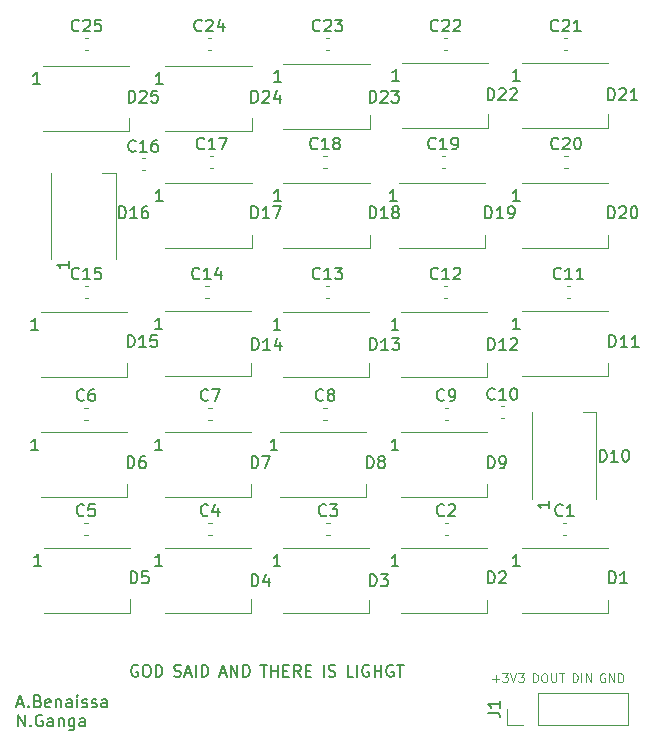
<source format=gbr>
%TF.GenerationSoftware,KiCad,Pcbnew,(7.0.0)*%
%TF.CreationDate,2023-10-03T11:42:16+02:00*%
%TF.ProjectId,Lichten-PCB,4c696368-7465-46e2-9d50-43422e6b6963,rev?*%
%TF.SameCoordinates,Original*%
%TF.FileFunction,Legend,Top*%
%TF.FilePolarity,Positive*%
%FSLAX46Y46*%
G04 Gerber Fmt 4.6, Leading zero omitted, Abs format (unit mm)*
G04 Created by KiCad (PCBNEW (7.0.0)) date 2023-10-03 11:42:16*
%MOMM*%
%LPD*%
G01*
G04 APERTURE LIST*
%ADD10C,0.200000*%
%ADD11C,0.120000*%
%ADD12C,0.150000*%
G04 APERTURE END LIST*
D10*
X129361904Y-125830000D02*
X129266666Y-125782380D01*
X129266666Y-125782380D02*
X129123809Y-125782380D01*
X129123809Y-125782380D02*
X128980952Y-125830000D01*
X128980952Y-125830000D02*
X128885714Y-125925238D01*
X128885714Y-125925238D02*
X128838095Y-126020476D01*
X128838095Y-126020476D02*
X128790476Y-126210952D01*
X128790476Y-126210952D02*
X128790476Y-126353809D01*
X128790476Y-126353809D02*
X128838095Y-126544285D01*
X128838095Y-126544285D02*
X128885714Y-126639523D01*
X128885714Y-126639523D02*
X128980952Y-126734761D01*
X128980952Y-126734761D02*
X129123809Y-126782380D01*
X129123809Y-126782380D02*
X129219047Y-126782380D01*
X129219047Y-126782380D02*
X129361904Y-126734761D01*
X129361904Y-126734761D02*
X129409523Y-126687142D01*
X129409523Y-126687142D02*
X129409523Y-126353809D01*
X129409523Y-126353809D02*
X129219047Y-126353809D01*
X130028571Y-125782380D02*
X130219047Y-125782380D01*
X130219047Y-125782380D02*
X130314285Y-125830000D01*
X130314285Y-125830000D02*
X130409523Y-125925238D01*
X130409523Y-125925238D02*
X130457142Y-126115714D01*
X130457142Y-126115714D02*
X130457142Y-126449047D01*
X130457142Y-126449047D02*
X130409523Y-126639523D01*
X130409523Y-126639523D02*
X130314285Y-126734761D01*
X130314285Y-126734761D02*
X130219047Y-126782380D01*
X130219047Y-126782380D02*
X130028571Y-126782380D01*
X130028571Y-126782380D02*
X129933333Y-126734761D01*
X129933333Y-126734761D02*
X129838095Y-126639523D01*
X129838095Y-126639523D02*
X129790476Y-126449047D01*
X129790476Y-126449047D02*
X129790476Y-126115714D01*
X129790476Y-126115714D02*
X129838095Y-125925238D01*
X129838095Y-125925238D02*
X129933333Y-125830000D01*
X129933333Y-125830000D02*
X130028571Y-125782380D01*
X130885714Y-126782380D02*
X130885714Y-125782380D01*
X130885714Y-125782380D02*
X131123809Y-125782380D01*
X131123809Y-125782380D02*
X131266666Y-125830000D01*
X131266666Y-125830000D02*
X131361904Y-125925238D01*
X131361904Y-125925238D02*
X131409523Y-126020476D01*
X131409523Y-126020476D02*
X131457142Y-126210952D01*
X131457142Y-126210952D02*
X131457142Y-126353809D01*
X131457142Y-126353809D02*
X131409523Y-126544285D01*
X131409523Y-126544285D02*
X131361904Y-126639523D01*
X131361904Y-126639523D02*
X131266666Y-126734761D01*
X131266666Y-126734761D02*
X131123809Y-126782380D01*
X131123809Y-126782380D02*
X130885714Y-126782380D01*
X132438095Y-126734761D02*
X132580952Y-126782380D01*
X132580952Y-126782380D02*
X132819047Y-126782380D01*
X132819047Y-126782380D02*
X132914285Y-126734761D01*
X132914285Y-126734761D02*
X132961904Y-126687142D01*
X132961904Y-126687142D02*
X133009523Y-126591904D01*
X133009523Y-126591904D02*
X133009523Y-126496666D01*
X133009523Y-126496666D02*
X132961904Y-126401428D01*
X132961904Y-126401428D02*
X132914285Y-126353809D01*
X132914285Y-126353809D02*
X132819047Y-126306190D01*
X132819047Y-126306190D02*
X132628571Y-126258571D01*
X132628571Y-126258571D02*
X132533333Y-126210952D01*
X132533333Y-126210952D02*
X132485714Y-126163333D01*
X132485714Y-126163333D02*
X132438095Y-126068095D01*
X132438095Y-126068095D02*
X132438095Y-125972857D01*
X132438095Y-125972857D02*
X132485714Y-125877619D01*
X132485714Y-125877619D02*
X132533333Y-125830000D01*
X132533333Y-125830000D02*
X132628571Y-125782380D01*
X132628571Y-125782380D02*
X132866666Y-125782380D01*
X132866666Y-125782380D02*
X133009523Y-125830000D01*
X133390476Y-126496666D02*
X133866666Y-126496666D01*
X133295238Y-126782380D02*
X133628571Y-125782380D01*
X133628571Y-125782380D02*
X133961904Y-126782380D01*
X134295238Y-126782380D02*
X134295238Y-125782380D01*
X134771428Y-126782380D02*
X134771428Y-125782380D01*
X134771428Y-125782380D02*
X135009523Y-125782380D01*
X135009523Y-125782380D02*
X135152380Y-125830000D01*
X135152380Y-125830000D02*
X135247618Y-125925238D01*
X135247618Y-125925238D02*
X135295237Y-126020476D01*
X135295237Y-126020476D02*
X135342856Y-126210952D01*
X135342856Y-126210952D02*
X135342856Y-126353809D01*
X135342856Y-126353809D02*
X135295237Y-126544285D01*
X135295237Y-126544285D02*
X135247618Y-126639523D01*
X135247618Y-126639523D02*
X135152380Y-126734761D01*
X135152380Y-126734761D02*
X135009523Y-126782380D01*
X135009523Y-126782380D02*
X134771428Y-126782380D01*
X136323809Y-126496666D02*
X136799999Y-126496666D01*
X136228571Y-126782380D02*
X136561904Y-125782380D01*
X136561904Y-125782380D02*
X136895237Y-126782380D01*
X137228571Y-126782380D02*
X137228571Y-125782380D01*
X137228571Y-125782380D02*
X137799999Y-126782380D01*
X137799999Y-126782380D02*
X137799999Y-125782380D01*
X138276190Y-126782380D02*
X138276190Y-125782380D01*
X138276190Y-125782380D02*
X138514285Y-125782380D01*
X138514285Y-125782380D02*
X138657142Y-125830000D01*
X138657142Y-125830000D02*
X138752380Y-125925238D01*
X138752380Y-125925238D02*
X138799999Y-126020476D01*
X138799999Y-126020476D02*
X138847618Y-126210952D01*
X138847618Y-126210952D02*
X138847618Y-126353809D01*
X138847618Y-126353809D02*
X138799999Y-126544285D01*
X138799999Y-126544285D02*
X138752380Y-126639523D01*
X138752380Y-126639523D02*
X138657142Y-126734761D01*
X138657142Y-126734761D02*
X138514285Y-126782380D01*
X138514285Y-126782380D02*
X138276190Y-126782380D01*
X139733333Y-125782380D02*
X140304761Y-125782380D01*
X140019047Y-126782380D02*
X140019047Y-125782380D01*
X140638095Y-126782380D02*
X140638095Y-125782380D01*
X140638095Y-126258571D02*
X141209523Y-126258571D01*
X141209523Y-126782380D02*
X141209523Y-125782380D01*
X141685714Y-126258571D02*
X142019047Y-126258571D01*
X142161904Y-126782380D02*
X141685714Y-126782380D01*
X141685714Y-126782380D02*
X141685714Y-125782380D01*
X141685714Y-125782380D02*
X142161904Y-125782380D01*
X143161904Y-126782380D02*
X142828571Y-126306190D01*
X142590476Y-126782380D02*
X142590476Y-125782380D01*
X142590476Y-125782380D02*
X142971428Y-125782380D01*
X142971428Y-125782380D02*
X143066666Y-125830000D01*
X143066666Y-125830000D02*
X143114285Y-125877619D01*
X143114285Y-125877619D02*
X143161904Y-125972857D01*
X143161904Y-125972857D02*
X143161904Y-126115714D01*
X143161904Y-126115714D02*
X143114285Y-126210952D01*
X143114285Y-126210952D02*
X143066666Y-126258571D01*
X143066666Y-126258571D02*
X142971428Y-126306190D01*
X142971428Y-126306190D02*
X142590476Y-126306190D01*
X143590476Y-126258571D02*
X143923809Y-126258571D01*
X144066666Y-126782380D02*
X143590476Y-126782380D01*
X143590476Y-126782380D02*
X143590476Y-125782380D01*
X143590476Y-125782380D02*
X144066666Y-125782380D01*
X145095238Y-126782380D02*
X145095238Y-125782380D01*
X145523809Y-126734761D02*
X145666666Y-126782380D01*
X145666666Y-126782380D02*
X145904761Y-126782380D01*
X145904761Y-126782380D02*
X145999999Y-126734761D01*
X145999999Y-126734761D02*
X146047618Y-126687142D01*
X146047618Y-126687142D02*
X146095237Y-126591904D01*
X146095237Y-126591904D02*
X146095237Y-126496666D01*
X146095237Y-126496666D02*
X146047618Y-126401428D01*
X146047618Y-126401428D02*
X145999999Y-126353809D01*
X145999999Y-126353809D02*
X145904761Y-126306190D01*
X145904761Y-126306190D02*
X145714285Y-126258571D01*
X145714285Y-126258571D02*
X145619047Y-126210952D01*
X145619047Y-126210952D02*
X145571428Y-126163333D01*
X145571428Y-126163333D02*
X145523809Y-126068095D01*
X145523809Y-126068095D02*
X145523809Y-125972857D01*
X145523809Y-125972857D02*
X145571428Y-125877619D01*
X145571428Y-125877619D02*
X145619047Y-125830000D01*
X145619047Y-125830000D02*
X145714285Y-125782380D01*
X145714285Y-125782380D02*
X145952380Y-125782380D01*
X145952380Y-125782380D02*
X146095237Y-125830000D01*
X147599999Y-126782380D02*
X147123809Y-126782380D01*
X147123809Y-126782380D02*
X147123809Y-125782380D01*
X147933333Y-126782380D02*
X147933333Y-125782380D01*
X148933332Y-125830000D02*
X148838094Y-125782380D01*
X148838094Y-125782380D02*
X148695237Y-125782380D01*
X148695237Y-125782380D02*
X148552380Y-125830000D01*
X148552380Y-125830000D02*
X148457142Y-125925238D01*
X148457142Y-125925238D02*
X148409523Y-126020476D01*
X148409523Y-126020476D02*
X148361904Y-126210952D01*
X148361904Y-126210952D02*
X148361904Y-126353809D01*
X148361904Y-126353809D02*
X148409523Y-126544285D01*
X148409523Y-126544285D02*
X148457142Y-126639523D01*
X148457142Y-126639523D02*
X148552380Y-126734761D01*
X148552380Y-126734761D02*
X148695237Y-126782380D01*
X148695237Y-126782380D02*
X148790475Y-126782380D01*
X148790475Y-126782380D02*
X148933332Y-126734761D01*
X148933332Y-126734761D02*
X148980951Y-126687142D01*
X148980951Y-126687142D02*
X148980951Y-126353809D01*
X148980951Y-126353809D02*
X148790475Y-126353809D01*
X149409523Y-126782380D02*
X149409523Y-125782380D01*
X149409523Y-126258571D02*
X149980951Y-126258571D01*
X149980951Y-126782380D02*
X149980951Y-125782380D01*
X150980951Y-125830000D02*
X150885713Y-125782380D01*
X150885713Y-125782380D02*
X150742856Y-125782380D01*
X150742856Y-125782380D02*
X150599999Y-125830000D01*
X150599999Y-125830000D02*
X150504761Y-125925238D01*
X150504761Y-125925238D02*
X150457142Y-126020476D01*
X150457142Y-126020476D02*
X150409523Y-126210952D01*
X150409523Y-126210952D02*
X150409523Y-126353809D01*
X150409523Y-126353809D02*
X150457142Y-126544285D01*
X150457142Y-126544285D02*
X150504761Y-126639523D01*
X150504761Y-126639523D02*
X150599999Y-126734761D01*
X150599999Y-126734761D02*
X150742856Y-126782380D01*
X150742856Y-126782380D02*
X150838094Y-126782380D01*
X150838094Y-126782380D02*
X150980951Y-126734761D01*
X150980951Y-126734761D02*
X151028570Y-126687142D01*
X151028570Y-126687142D02*
X151028570Y-126353809D01*
X151028570Y-126353809D02*
X150838094Y-126353809D01*
X151314285Y-125782380D02*
X151885713Y-125782380D01*
X151599999Y-126782380D02*
X151599999Y-125782380D01*
D11*
X159378571Y-126951071D02*
X159950000Y-126951071D01*
X159664285Y-127236785D02*
X159664285Y-126665357D01*
X160235713Y-126486785D02*
X160699999Y-126486785D01*
X160699999Y-126486785D02*
X160449999Y-126772500D01*
X160449999Y-126772500D02*
X160557142Y-126772500D01*
X160557142Y-126772500D02*
X160628571Y-126808214D01*
X160628571Y-126808214D02*
X160664285Y-126843928D01*
X160664285Y-126843928D02*
X160699999Y-126915357D01*
X160699999Y-126915357D02*
X160699999Y-127093928D01*
X160699999Y-127093928D02*
X160664285Y-127165357D01*
X160664285Y-127165357D02*
X160628571Y-127201071D01*
X160628571Y-127201071D02*
X160557142Y-127236785D01*
X160557142Y-127236785D02*
X160342856Y-127236785D01*
X160342856Y-127236785D02*
X160271428Y-127201071D01*
X160271428Y-127201071D02*
X160235713Y-127165357D01*
X160914285Y-126486785D02*
X161164285Y-127236785D01*
X161164285Y-127236785D02*
X161414285Y-126486785D01*
X161592856Y-126486785D02*
X162057142Y-126486785D01*
X162057142Y-126486785D02*
X161807142Y-126772500D01*
X161807142Y-126772500D02*
X161914285Y-126772500D01*
X161914285Y-126772500D02*
X161985714Y-126808214D01*
X161985714Y-126808214D02*
X162021428Y-126843928D01*
X162021428Y-126843928D02*
X162057142Y-126915357D01*
X162057142Y-126915357D02*
X162057142Y-127093928D01*
X162057142Y-127093928D02*
X162021428Y-127165357D01*
X162021428Y-127165357D02*
X161985714Y-127201071D01*
X161985714Y-127201071D02*
X161914285Y-127236785D01*
X161914285Y-127236785D02*
X161699999Y-127236785D01*
X161699999Y-127236785D02*
X161628571Y-127201071D01*
X161628571Y-127201071D02*
X161592856Y-127165357D01*
X162828571Y-127236785D02*
X162828571Y-126486785D01*
X162828571Y-126486785D02*
X163007142Y-126486785D01*
X163007142Y-126486785D02*
X163114285Y-126522500D01*
X163114285Y-126522500D02*
X163185714Y-126593928D01*
X163185714Y-126593928D02*
X163221428Y-126665357D01*
X163221428Y-126665357D02*
X163257142Y-126808214D01*
X163257142Y-126808214D02*
X163257142Y-126915357D01*
X163257142Y-126915357D02*
X163221428Y-127058214D01*
X163221428Y-127058214D02*
X163185714Y-127129642D01*
X163185714Y-127129642D02*
X163114285Y-127201071D01*
X163114285Y-127201071D02*
X163007142Y-127236785D01*
X163007142Y-127236785D02*
X162828571Y-127236785D01*
X163721428Y-126486785D02*
X163864285Y-126486785D01*
X163864285Y-126486785D02*
X163935714Y-126522500D01*
X163935714Y-126522500D02*
X164007142Y-126593928D01*
X164007142Y-126593928D02*
X164042857Y-126736785D01*
X164042857Y-126736785D02*
X164042857Y-126986785D01*
X164042857Y-126986785D02*
X164007142Y-127129642D01*
X164007142Y-127129642D02*
X163935714Y-127201071D01*
X163935714Y-127201071D02*
X163864285Y-127236785D01*
X163864285Y-127236785D02*
X163721428Y-127236785D01*
X163721428Y-127236785D02*
X163650000Y-127201071D01*
X163650000Y-127201071D02*
X163578571Y-127129642D01*
X163578571Y-127129642D02*
X163542857Y-126986785D01*
X163542857Y-126986785D02*
X163542857Y-126736785D01*
X163542857Y-126736785D02*
X163578571Y-126593928D01*
X163578571Y-126593928D02*
X163650000Y-126522500D01*
X163650000Y-126522500D02*
X163721428Y-126486785D01*
X164364285Y-126486785D02*
X164364285Y-127093928D01*
X164364285Y-127093928D02*
X164399999Y-127165357D01*
X164399999Y-127165357D02*
X164435714Y-127201071D01*
X164435714Y-127201071D02*
X164507142Y-127236785D01*
X164507142Y-127236785D02*
X164649999Y-127236785D01*
X164649999Y-127236785D02*
X164721428Y-127201071D01*
X164721428Y-127201071D02*
X164757142Y-127165357D01*
X164757142Y-127165357D02*
X164792856Y-127093928D01*
X164792856Y-127093928D02*
X164792856Y-126486785D01*
X165042856Y-126486785D02*
X165471428Y-126486785D01*
X165257142Y-127236785D02*
X165257142Y-126486785D01*
X166171428Y-127236785D02*
X166171428Y-126486785D01*
X166171428Y-126486785D02*
X166349999Y-126486785D01*
X166349999Y-126486785D02*
X166457142Y-126522500D01*
X166457142Y-126522500D02*
X166528571Y-126593928D01*
X166528571Y-126593928D02*
X166564285Y-126665357D01*
X166564285Y-126665357D02*
X166599999Y-126808214D01*
X166599999Y-126808214D02*
X166599999Y-126915357D01*
X166599999Y-126915357D02*
X166564285Y-127058214D01*
X166564285Y-127058214D02*
X166528571Y-127129642D01*
X166528571Y-127129642D02*
X166457142Y-127201071D01*
X166457142Y-127201071D02*
X166349999Y-127236785D01*
X166349999Y-127236785D02*
X166171428Y-127236785D01*
X166921428Y-127236785D02*
X166921428Y-126486785D01*
X167278571Y-127236785D02*
X167278571Y-126486785D01*
X167278571Y-126486785D02*
X167707142Y-127236785D01*
X167707142Y-127236785D02*
X167707142Y-126486785D01*
X168907142Y-126522500D02*
X168835714Y-126486785D01*
X168835714Y-126486785D02*
X168728571Y-126486785D01*
X168728571Y-126486785D02*
X168621428Y-126522500D01*
X168621428Y-126522500D02*
X168549999Y-126593928D01*
X168549999Y-126593928D02*
X168514285Y-126665357D01*
X168514285Y-126665357D02*
X168478571Y-126808214D01*
X168478571Y-126808214D02*
X168478571Y-126915357D01*
X168478571Y-126915357D02*
X168514285Y-127058214D01*
X168514285Y-127058214D02*
X168549999Y-127129642D01*
X168549999Y-127129642D02*
X168621428Y-127201071D01*
X168621428Y-127201071D02*
X168728571Y-127236785D01*
X168728571Y-127236785D02*
X168799999Y-127236785D01*
X168799999Y-127236785D02*
X168907142Y-127201071D01*
X168907142Y-127201071D02*
X168942856Y-127165357D01*
X168942856Y-127165357D02*
X168942856Y-126915357D01*
X168942856Y-126915357D02*
X168799999Y-126915357D01*
X169264285Y-127236785D02*
X169264285Y-126486785D01*
X169264285Y-126486785D02*
X169692856Y-127236785D01*
X169692856Y-127236785D02*
X169692856Y-126486785D01*
X170049999Y-127236785D02*
X170049999Y-126486785D01*
X170049999Y-126486785D02*
X170228570Y-126486785D01*
X170228570Y-126486785D02*
X170335713Y-126522500D01*
X170335713Y-126522500D02*
X170407142Y-126593928D01*
X170407142Y-126593928D02*
X170442856Y-126665357D01*
X170442856Y-126665357D02*
X170478570Y-126808214D01*
X170478570Y-126808214D02*
X170478570Y-126915357D01*
X170478570Y-126915357D02*
X170442856Y-127058214D01*
X170442856Y-127058214D02*
X170407142Y-127129642D01*
X170407142Y-127129642D02*
X170335713Y-127201071D01*
X170335713Y-127201071D02*
X170228570Y-127236785D01*
X170228570Y-127236785D02*
X170049999Y-127236785D01*
D12*
X119190476Y-129076666D02*
X119666666Y-129076666D01*
X119095238Y-129362380D02*
X119428571Y-128362380D01*
X119428571Y-128362380D02*
X119761904Y-129362380D01*
X120095238Y-129267142D02*
X120142857Y-129314761D01*
X120142857Y-129314761D02*
X120095238Y-129362380D01*
X120095238Y-129362380D02*
X120047619Y-129314761D01*
X120047619Y-129314761D02*
X120095238Y-129267142D01*
X120095238Y-129267142D02*
X120095238Y-129362380D01*
X120904761Y-128838571D02*
X121047618Y-128886190D01*
X121047618Y-128886190D02*
X121095237Y-128933809D01*
X121095237Y-128933809D02*
X121142856Y-129029047D01*
X121142856Y-129029047D02*
X121142856Y-129171904D01*
X121142856Y-129171904D02*
X121095237Y-129267142D01*
X121095237Y-129267142D02*
X121047618Y-129314761D01*
X121047618Y-129314761D02*
X120952380Y-129362380D01*
X120952380Y-129362380D02*
X120571428Y-129362380D01*
X120571428Y-129362380D02*
X120571428Y-128362380D01*
X120571428Y-128362380D02*
X120904761Y-128362380D01*
X120904761Y-128362380D02*
X120999999Y-128410000D01*
X120999999Y-128410000D02*
X121047618Y-128457619D01*
X121047618Y-128457619D02*
X121095237Y-128552857D01*
X121095237Y-128552857D02*
X121095237Y-128648095D01*
X121095237Y-128648095D02*
X121047618Y-128743333D01*
X121047618Y-128743333D02*
X120999999Y-128790952D01*
X120999999Y-128790952D02*
X120904761Y-128838571D01*
X120904761Y-128838571D02*
X120571428Y-128838571D01*
X121952380Y-129314761D02*
X121857142Y-129362380D01*
X121857142Y-129362380D02*
X121666666Y-129362380D01*
X121666666Y-129362380D02*
X121571428Y-129314761D01*
X121571428Y-129314761D02*
X121523809Y-129219523D01*
X121523809Y-129219523D02*
X121523809Y-128838571D01*
X121523809Y-128838571D02*
X121571428Y-128743333D01*
X121571428Y-128743333D02*
X121666666Y-128695714D01*
X121666666Y-128695714D02*
X121857142Y-128695714D01*
X121857142Y-128695714D02*
X121952380Y-128743333D01*
X121952380Y-128743333D02*
X121999999Y-128838571D01*
X121999999Y-128838571D02*
X121999999Y-128933809D01*
X121999999Y-128933809D02*
X121523809Y-129029047D01*
X122428571Y-128695714D02*
X122428571Y-129362380D01*
X122428571Y-128790952D02*
X122476190Y-128743333D01*
X122476190Y-128743333D02*
X122571428Y-128695714D01*
X122571428Y-128695714D02*
X122714285Y-128695714D01*
X122714285Y-128695714D02*
X122809523Y-128743333D01*
X122809523Y-128743333D02*
X122857142Y-128838571D01*
X122857142Y-128838571D02*
X122857142Y-129362380D01*
X123761904Y-129362380D02*
X123761904Y-128838571D01*
X123761904Y-128838571D02*
X123714285Y-128743333D01*
X123714285Y-128743333D02*
X123619047Y-128695714D01*
X123619047Y-128695714D02*
X123428571Y-128695714D01*
X123428571Y-128695714D02*
X123333333Y-128743333D01*
X123761904Y-129314761D02*
X123666666Y-129362380D01*
X123666666Y-129362380D02*
X123428571Y-129362380D01*
X123428571Y-129362380D02*
X123333333Y-129314761D01*
X123333333Y-129314761D02*
X123285714Y-129219523D01*
X123285714Y-129219523D02*
X123285714Y-129124285D01*
X123285714Y-129124285D02*
X123333333Y-129029047D01*
X123333333Y-129029047D02*
X123428571Y-128981428D01*
X123428571Y-128981428D02*
X123666666Y-128981428D01*
X123666666Y-128981428D02*
X123761904Y-128933809D01*
X124238095Y-129362380D02*
X124238095Y-128695714D01*
X124238095Y-128362380D02*
X124190476Y-128410000D01*
X124190476Y-128410000D02*
X124238095Y-128457619D01*
X124238095Y-128457619D02*
X124285714Y-128410000D01*
X124285714Y-128410000D02*
X124238095Y-128362380D01*
X124238095Y-128362380D02*
X124238095Y-128457619D01*
X124666666Y-129314761D02*
X124761904Y-129362380D01*
X124761904Y-129362380D02*
X124952380Y-129362380D01*
X124952380Y-129362380D02*
X125047618Y-129314761D01*
X125047618Y-129314761D02*
X125095237Y-129219523D01*
X125095237Y-129219523D02*
X125095237Y-129171904D01*
X125095237Y-129171904D02*
X125047618Y-129076666D01*
X125047618Y-129076666D02*
X124952380Y-129029047D01*
X124952380Y-129029047D02*
X124809523Y-129029047D01*
X124809523Y-129029047D02*
X124714285Y-128981428D01*
X124714285Y-128981428D02*
X124666666Y-128886190D01*
X124666666Y-128886190D02*
X124666666Y-128838571D01*
X124666666Y-128838571D02*
X124714285Y-128743333D01*
X124714285Y-128743333D02*
X124809523Y-128695714D01*
X124809523Y-128695714D02*
X124952380Y-128695714D01*
X124952380Y-128695714D02*
X125047618Y-128743333D01*
X125476190Y-129314761D02*
X125571428Y-129362380D01*
X125571428Y-129362380D02*
X125761904Y-129362380D01*
X125761904Y-129362380D02*
X125857142Y-129314761D01*
X125857142Y-129314761D02*
X125904761Y-129219523D01*
X125904761Y-129219523D02*
X125904761Y-129171904D01*
X125904761Y-129171904D02*
X125857142Y-129076666D01*
X125857142Y-129076666D02*
X125761904Y-129029047D01*
X125761904Y-129029047D02*
X125619047Y-129029047D01*
X125619047Y-129029047D02*
X125523809Y-128981428D01*
X125523809Y-128981428D02*
X125476190Y-128886190D01*
X125476190Y-128886190D02*
X125476190Y-128838571D01*
X125476190Y-128838571D02*
X125523809Y-128743333D01*
X125523809Y-128743333D02*
X125619047Y-128695714D01*
X125619047Y-128695714D02*
X125761904Y-128695714D01*
X125761904Y-128695714D02*
X125857142Y-128743333D01*
X126761904Y-129362380D02*
X126761904Y-128838571D01*
X126761904Y-128838571D02*
X126714285Y-128743333D01*
X126714285Y-128743333D02*
X126619047Y-128695714D01*
X126619047Y-128695714D02*
X126428571Y-128695714D01*
X126428571Y-128695714D02*
X126333333Y-128743333D01*
X126761904Y-129314761D02*
X126666666Y-129362380D01*
X126666666Y-129362380D02*
X126428571Y-129362380D01*
X126428571Y-129362380D02*
X126333333Y-129314761D01*
X126333333Y-129314761D02*
X126285714Y-129219523D01*
X126285714Y-129219523D02*
X126285714Y-129124285D01*
X126285714Y-129124285D02*
X126333333Y-129029047D01*
X126333333Y-129029047D02*
X126428571Y-128981428D01*
X126428571Y-128981428D02*
X126666666Y-128981428D01*
X126666666Y-128981428D02*
X126761904Y-128933809D01*
X119238095Y-130982380D02*
X119238095Y-129982380D01*
X119238095Y-129982380D02*
X119809523Y-130982380D01*
X119809523Y-130982380D02*
X119809523Y-129982380D01*
X120285714Y-130887142D02*
X120333333Y-130934761D01*
X120333333Y-130934761D02*
X120285714Y-130982380D01*
X120285714Y-130982380D02*
X120238095Y-130934761D01*
X120238095Y-130934761D02*
X120285714Y-130887142D01*
X120285714Y-130887142D02*
X120285714Y-130982380D01*
X121285713Y-130030000D02*
X121190475Y-129982380D01*
X121190475Y-129982380D02*
X121047618Y-129982380D01*
X121047618Y-129982380D02*
X120904761Y-130030000D01*
X120904761Y-130030000D02*
X120809523Y-130125238D01*
X120809523Y-130125238D02*
X120761904Y-130220476D01*
X120761904Y-130220476D02*
X120714285Y-130410952D01*
X120714285Y-130410952D02*
X120714285Y-130553809D01*
X120714285Y-130553809D02*
X120761904Y-130744285D01*
X120761904Y-130744285D02*
X120809523Y-130839523D01*
X120809523Y-130839523D02*
X120904761Y-130934761D01*
X120904761Y-130934761D02*
X121047618Y-130982380D01*
X121047618Y-130982380D02*
X121142856Y-130982380D01*
X121142856Y-130982380D02*
X121285713Y-130934761D01*
X121285713Y-130934761D02*
X121333332Y-130887142D01*
X121333332Y-130887142D02*
X121333332Y-130553809D01*
X121333332Y-130553809D02*
X121142856Y-130553809D01*
X122190475Y-130982380D02*
X122190475Y-130458571D01*
X122190475Y-130458571D02*
X122142856Y-130363333D01*
X122142856Y-130363333D02*
X122047618Y-130315714D01*
X122047618Y-130315714D02*
X121857142Y-130315714D01*
X121857142Y-130315714D02*
X121761904Y-130363333D01*
X122190475Y-130934761D02*
X122095237Y-130982380D01*
X122095237Y-130982380D02*
X121857142Y-130982380D01*
X121857142Y-130982380D02*
X121761904Y-130934761D01*
X121761904Y-130934761D02*
X121714285Y-130839523D01*
X121714285Y-130839523D02*
X121714285Y-130744285D01*
X121714285Y-130744285D02*
X121761904Y-130649047D01*
X121761904Y-130649047D02*
X121857142Y-130601428D01*
X121857142Y-130601428D02*
X122095237Y-130601428D01*
X122095237Y-130601428D02*
X122190475Y-130553809D01*
X122666666Y-130315714D02*
X122666666Y-130982380D01*
X122666666Y-130410952D02*
X122714285Y-130363333D01*
X122714285Y-130363333D02*
X122809523Y-130315714D01*
X122809523Y-130315714D02*
X122952380Y-130315714D01*
X122952380Y-130315714D02*
X123047618Y-130363333D01*
X123047618Y-130363333D02*
X123095237Y-130458571D01*
X123095237Y-130458571D02*
X123095237Y-130982380D01*
X123999999Y-130315714D02*
X123999999Y-131125238D01*
X123999999Y-131125238D02*
X123952380Y-131220476D01*
X123952380Y-131220476D02*
X123904761Y-131268095D01*
X123904761Y-131268095D02*
X123809523Y-131315714D01*
X123809523Y-131315714D02*
X123666666Y-131315714D01*
X123666666Y-131315714D02*
X123571428Y-131268095D01*
X123999999Y-130934761D02*
X123904761Y-130982380D01*
X123904761Y-130982380D02*
X123714285Y-130982380D01*
X123714285Y-130982380D02*
X123619047Y-130934761D01*
X123619047Y-130934761D02*
X123571428Y-130887142D01*
X123571428Y-130887142D02*
X123523809Y-130791904D01*
X123523809Y-130791904D02*
X123523809Y-130506190D01*
X123523809Y-130506190D02*
X123571428Y-130410952D01*
X123571428Y-130410952D02*
X123619047Y-130363333D01*
X123619047Y-130363333D02*
X123714285Y-130315714D01*
X123714285Y-130315714D02*
X123904761Y-130315714D01*
X123904761Y-130315714D02*
X123999999Y-130363333D01*
X124904761Y-130982380D02*
X124904761Y-130458571D01*
X124904761Y-130458571D02*
X124857142Y-130363333D01*
X124857142Y-130363333D02*
X124761904Y-130315714D01*
X124761904Y-130315714D02*
X124571428Y-130315714D01*
X124571428Y-130315714D02*
X124476190Y-130363333D01*
X124904761Y-130934761D02*
X124809523Y-130982380D01*
X124809523Y-130982380D02*
X124571428Y-130982380D01*
X124571428Y-130982380D02*
X124476190Y-130934761D01*
X124476190Y-130934761D02*
X124428571Y-130839523D01*
X124428571Y-130839523D02*
X124428571Y-130744285D01*
X124428571Y-130744285D02*
X124476190Y-130649047D01*
X124476190Y-130649047D02*
X124571428Y-130601428D01*
X124571428Y-130601428D02*
X124809523Y-130601428D01*
X124809523Y-130601428D02*
X124904761Y-130553809D01*
%TO.C,C22*%
X154782142Y-72042142D02*
X154734523Y-72089761D01*
X154734523Y-72089761D02*
X154591666Y-72137380D01*
X154591666Y-72137380D02*
X154496428Y-72137380D01*
X154496428Y-72137380D02*
X154353571Y-72089761D01*
X154353571Y-72089761D02*
X154258333Y-71994523D01*
X154258333Y-71994523D02*
X154210714Y-71899285D01*
X154210714Y-71899285D02*
X154163095Y-71708809D01*
X154163095Y-71708809D02*
X154163095Y-71565952D01*
X154163095Y-71565952D02*
X154210714Y-71375476D01*
X154210714Y-71375476D02*
X154258333Y-71280238D01*
X154258333Y-71280238D02*
X154353571Y-71185000D01*
X154353571Y-71185000D02*
X154496428Y-71137380D01*
X154496428Y-71137380D02*
X154591666Y-71137380D01*
X154591666Y-71137380D02*
X154734523Y-71185000D01*
X154734523Y-71185000D02*
X154782142Y-71232619D01*
X155163095Y-71232619D02*
X155210714Y-71185000D01*
X155210714Y-71185000D02*
X155305952Y-71137380D01*
X155305952Y-71137380D02*
X155544047Y-71137380D01*
X155544047Y-71137380D02*
X155639285Y-71185000D01*
X155639285Y-71185000D02*
X155686904Y-71232619D01*
X155686904Y-71232619D02*
X155734523Y-71327857D01*
X155734523Y-71327857D02*
X155734523Y-71423095D01*
X155734523Y-71423095D02*
X155686904Y-71565952D01*
X155686904Y-71565952D02*
X155115476Y-72137380D01*
X155115476Y-72137380D02*
X155734523Y-72137380D01*
X156115476Y-71232619D02*
X156163095Y-71185000D01*
X156163095Y-71185000D02*
X156258333Y-71137380D01*
X156258333Y-71137380D02*
X156496428Y-71137380D01*
X156496428Y-71137380D02*
X156591666Y-71185000D01*
X156591666Y-71185000D02*
X156639285Y-71232619D01*
X156639285Y-71232619D02*
X156686904Y-71327857D01*
X156686904Y-71327857D02*
X156686904Y-71423095D01*
X156686904Y-71423095D02*
X156639285Y-71565952D01*
X156639285Y-71565952D02*
X156067857Y-72137380D01*
X156067857Y-72137380D02*
X156686904Y-72137380D01*
%TO.C,D19*%
X158785714Y-87967380D02*
X158785714Y-86967380D01*
X158785714Y-86967380D02*
X159023809Y-86967380D01*
X159023809Y-86967380D02*
X159166666Y-87015000D01*
X159166666Y-87015000D02*
X159261904Y-87110238D01*
X159261904Y-87110238D02*
X159309523Y-87205476D01*
X159309523Y-87205476D02*
X159357142Y-87395952D01*
X159357142Y-87395952D02*
X159357142Y-87538809D01*
X159357142Y-87538809D02*
X159309523Y-87729285D01*
X159309523Y-87729285D02*
X159261904Y-87824523D01*
X159261904Y-87824523D02*
X159166666Y-87919761D01*
X159166666Y-87919761D02*
X159023809Y-87967380D01*
X159023809Y-87967380D02*
X158785714Y-87967380D01*
X160309523Y-87967380D02*
X159738095Y-87967380D01*
X160023809Y-87967380D02*
X160023809Y-86967380D01*
X160023809Y-86967380D02*
X159928571Y-87110238D01*
X159928571Y-87110238D02*
X159833333Y-87205476D01*
X159833333Y-87205476D02*
X159738095Y-87253095D01*
X160785714Y-87967380D02*
X160976190Y-87967380D01*
X160976190Y-87967380D02*
X161071428Y-87919761D01*
X161071428Y-87919761D02*
X161119047Y-87872142D01*
X161119047Y-87872142D02*
X161214285Y-87729285D01*
X161214285Y-87729285D02*
X161261904Y-87538809D01*
X161261904Y-87538809D02*
X161261904Y-87157857D01*
X161261904Y-87157857D02*
X161214285Y-87062619D01*
X161214285Y-87062619D02*
X161166666Y-87015000D01*
X161166666Y-87015000D02*
X161071428Y-86967380D01*
X161071428Y-86967380D02*
X160880952Y-86967380D01*
X160880952Y-86967380D02*
X160785714Y-87015000D01*
X160785714Y-87015000D02*
X160738095Y-87062619D01*
X160738095Y-87062619D02*
X160690476Y-87157857D01*
X160690476Y-87157857D02*
X160690476Y-87395952D01*
X160690476Y-87395952D02*
X160738095Y-87491190D01*
X160738095Y-87491190D02*
X160785714Y-87538809D01*
X160785714Y-87538809D02*
X160880952Y-87586428D01*
X160880952Y-87586428D02*
X161071428Y-87586428D01*
X161071428Y-87586428D02*
X161166666Y-87538809D01*
X161166666Y-87538809D02*
X161214285Y-87491190D01*
X161214285Y-87491190D02*
X161261904Y-87395952D01*
X151285714Y-86517380D02*
X150714286Y-86517380D01*
X151000000Y-86517380D02*
X151000000Y-85517380D01*
X151000000Y-85517380D02*
X150904762Y-85660238D01*
X150904762Y-85660238D02*
X150809524Y-85755476D01*
X150809524Y-85755476D02*
X150714286Y-85803095D01*
%TO.C,D18*%
X148985714Y-87967380D02*
X148985714Y-86967380D01*
X148985714Y-86967380D02*
X149223809Y-86967380D01*
X149223809Y-86967380D02*
X149366666Y-87015000D01*
X149366666Y-87015000D02*
X149461904Y-87110238D01*
X149461904Y-87110238D02*
X149509523Y-87205476D01*
X149509523Y-87205476D02*
X149557142Y-87395952D01*
X149557142Y-87395952D02*
X149557142Y-87538809D01*
X149557142Y-87538809D02*
X149509523Y-87729285D01*
X149509523Y-87729285D02*
X149461904Y-87824523D01*
X149461904Y-87824523D02*
X149366666Y-87919761D01*
X149366666Y-87919761D02*
X149223809Y-87967380D01*
X149223809Y-87967380D02*
X148985714Y-87967380D01*
X150509523Y-87967380D02*
X149938095Y-87967380D01*
X150223809Y-87967380D02*
X150223809Y-86967380D01*
X150223809Y-86967380D02*
X150128571Y-87110238D01*
X150128571Y-87110238D02*
X150033333Y-87205476D01*
X150033333Y-87205476D02*
X149938095Y-87253095D01*
X151080952Y-87395952D02*
X150985714Y-87348333D01*
X150985714Y-87348333D02*
X150938095Y-87300714D01*
X150938095Y-87300714D02*
X150890476Y-87205476D01*
X150890476Y-87205476D02*
X150890476Y-87157857D01*
X150890476Y-87157857D02*
X150938095Y-87062619D01*
X150938095Y-87062619D02*
X150985714Y-87015000D01*
X150985714Y-87015000D02*
X151080952Y-86967380D01*
X151080952Y-86967380D02*
X151271428Y-86967380D01*
X151271428Y-86967380D02*
X151366666Y-87015000D01*
X151366666Y-87015000D02*
X151414285Y-87062619D01*
X151414285Y-87062619D02*
X151461904Y-87157857D01*
X151461904Y-87157857D02*
X151461904Y-87205476D01*
X151461904Y-87205476D02*
X151414285Y-87300714D01*
X151414285Y-87300714D02*
X151366666Y-87348333D01*
X151366666Y-87348333D02*
X151271428Y-87395952D01*
X151271428Y-87395952D02*
X151080952Y-87395952D01*
X151080952Y-87395952D02*
X150985714Y-87443571D01*
X150985714Y-87443571D02*
X150938095Y-87491190D01*
X150938095Y-87491190D02*
X150890476Y-87586428D01*
X150890476Y-87586428D02*
X150890476Y-87776904D01*
X150890476Y-87776904D02*
X150938095Y-87872142D01*
X150938095Y-87872142D02*
X150985714Y-87919761D01*
X150985714Y-87919761D02*
X151080952Y-87967380D01*
X151080952Y-87967380D02*
X151271428Y-87967380D01*
X151271428Y-87967380D02*
X151366666Y-87919761D01*
X151366666Y-87919761D02*
X151414285Y-87872142D01*
X151414285Y-87872142D02*
X151461904Y-87776904D01*
X151461904Y-87776904D02*
X151461904Y-87586428D01*
X151461904Y-87586428D02*
X151414285Y-87491190D01*
X151414285Y-87491190D02*
X151366666Y-87443571D01*
X151366666Y-87443571D02*
X151271428Y-87395952D01*
X141485714Y-86517380D02*
X140914286Y-86517380D01*
X141200000Y-86517380D02*
X141200000Y-85517380D01*
X141200000Y-85517380D02*
X141104762Y-85660238D01*
X141104762Y-85660238D02*
X141009524Y-85755476D01*
X141009524Y-85755476D02*
X140914286Y-85803095D01*
%TO.C,D6*%
X128511905Y-109117380D02*
X128511905Y-108117380D01*
X128511905Y-108117380D02*
X128750000Y-108117380D01*
X128750000Y-108117380D02*
X128892857Y-108165000D01*
X128892857Y-108165000D02*
X128988095Y-108260238D01*
X128988095Y-108260238D02*
X129035714Y-108355476D01*
X129035714Y-108355476D02*
X129083333Y-108545952D01*
X129083333Y-108545952D02*
X129083333Y-108688809D01*
X129083333Y-108688809D02*
X129035714Y-108879285D01*
X129035714Y-108879285D02*
X128988095Y-108974523D01*
X128988095Y-108974523D02*
X128892857Y-109069761D01*
X128892857Y-109069761D02*
X128750000Y-109117380D01*
X128750000Y-109117380D02*
X128511905Y-109117380D01*
X129940476Y-108117380D02*
X129750000Y-108117380D01*
X129750000Y-108117380D02*
X129654762Y-108165000D01*
X129654762Y-108165000D02*
X129607143Y-108212619D01*
X129607143Y-108212619D02*
X129511905Y-108355476D01*
X129511905Y-108355476D02*
X129464286Y-108545952D01*
X129464286Y-108545952D02*
X129464286Y-108926904D01*
X129464286Y-108926904D02*
X129511905Y-109022142D01*
X129511905Y-109022142D02*
X129559524Y-109069761D01*
X129559524Y-109069761D02*
X129654762Y-109117380D01*
X129654762Y-109117380D02*
X129845238Y-109117380D01*
X129845238Y-109117380D02*
X129940476Y-109069761D01*
X129940476Y-109069761D02*
X129988095Y-109022142D01*
X129988095Y-109022142D02*
X130035714Y-108926904D01*
X130035714Y-108926904D02*
X130035714Y-108688809D01*
X130035714Y-108688809D02*
X129988095Y-108593571D01*
X129988095Y-108593571D02*
X129940476Y-108545952D01*
X129940476Y-108545952D02*
X129845238Y-108498333D01*
X129845238Y-108498333D02*
X129654762Y-108498333D01*
X129654762Y-108498333D02*
X129559524Y-108545952D01*
X129559524Y-108545952D02*
X129511905Y-108593571D01*
X129511905Y-108593571D02*
X129464286Y-108688809D01*
X120935714Y-107617380D02*
X120364286Y-107617380D01*
X120650000Y-107617380D02*
X120650000Y-106617380D01*
X120650000Y-106617380D02*
X120554762Y-106760238D01*
X120554762Y-106760238D02*
X120459524Y-106855476D01*
X120459524Y-106855476D02*
X120364286Y-106903095D01*
%TO.C,C8*%
X145058333Y-103342142D02*
X145010714Y-103389761D01*
X145010714Y-103389761D02*
X144867857Y-103437380D01*
X144867857Y-103437380D02*
X144772619Y-103437380D01*
X144772619Y-103437380D02*
X144629762Y-103389761D01*
X144629762Y-103389761D02*
X144534524Y-103294523D01*
X144534524Y-103294523D02*
X144486905Y-103199285D01*
X144486905Y-103199285D02*
X144439286Y-103008809D01*
X144439286Y-103008809D02*
X144439286Y-102865952D01*
X144439286Y-102865952D02*
X144486905Y-102675476D01*
X144486905Y-102675476D02*
X144534524Y-102580238D01*
X144534524Y-102580238D02*
X144629762Y-102485000D01*
X144629762Y-102485000D02*
X144772619Y-102437380D01*
X144772619Y-102437380D02*
X144867857Y-102437380D01*
X144867857Y-102437380D02*
X145010714Y-102485000D01*
X145010714Y-102485000D02*
X145058333Y-102532619D01*
X145629762Y-102865952D02*
X145534524Y-102818333D01*
X145534524Y-102818333D02*
X145486905Y-102770714D01*
X145486905Y-102770714D02*
X145439286Y-102675476D01*
X145439286Y-102675476D02*
X145439286Y-102627857D01*
X145439286Y-102627857D02*
X145486905Y-102532619D01*
X145486905Y-102532619D02*
X145534524Y-102485000D01*
X145534524Y-102485000D02*
X145629762Y-102437380D01*
X145629762Y-102437380D02*
X145820238Y-102437380D01*
X145820238Y-102437380D02*
X145915476Y-102485000D01*
X145915476Y-102485000D02*
X145963095Y-102532619D01*
X145963095Y-102532619D02*
X146010714Y-102627857D01*
X146010714Y-102627857D02*
X146010714Y-102675476D01*
X146010714Y-102675476D02*
X145963095Y-102770714D01*
X145963095Y-102770714D02*
X145915476Y-102818333D01*
X145915476Y-102818333D02*
X145820238Y-102865952D01*
X145820238Y-102865952D02*
X145629762Y-102865952D01*
X145629762Y-102865952D02*
X145534524Y-102913571D01*
X145534524Y-102913571D02*
X145486905Y-102961190D01*
X145486905Y-102961190D02*
X145439286Y-103056428D01*
X145439286Y-103056428D02*
X145439286Y-103246904D01*
X145439286Y-103246904D02*
X145486905Y-103342142D01*
X145486905Y-103342142D02*
X145534524Y-103389761D01*
X145534524Y-103389761D02*
X145629762Y-103437380D01*
X145629762Y-103437380D02*
X145820238Y-103437380D01*
X145820238Y-103437380D02*
X145915476Y-103389761D01*
X145915476Y-103389761D02*
X145963095Y-103342142D01*
X145963095Y-103342142D02*
X146010714Y-103246904D01*
X146010714Y-103246904D02*
X146010714Y-103056428D01*
X146010714Y-103056428D02*
X145963095Y-102961190D01*
X145963095Y-102961190D02*
X145915476Y-102913571D01*
X145915476Y-102913571D02*
X145820238Y-102865952D01*
%TO.C,C19*%
X154582142Y-82042142D02*
X154534523Y-82089761D01*
X154534523Y-82089761D02*
X154391666Y-82137380D01*
X154391666Y-82137380D02*
X154296428Y-82137380D01*
X154296428Y-82137380D02*
X154153571Y-82089761D01*
X154153571Y-82089761D02*
X154058333Y-81994523D01*
X154058333Y-81994523D02*
X154010714Y-81899285D01*
X154010714Y-81899285D02*
X153963095Y-81708809D01*
X153963095Y-81708809D02*
X153963095Y-81565952D01*
X153963095Y-81565952D02*
X154010714Y-81375476D01*
X154010714Y-81375476D02*
X154058333Y-81280238D01*
X154058333Y-81280238D02*
X154153571Y-81185000D01*
X154153571Y-81185000D02*
X154296428Y-81137380D01*
X154296428Y-81137380D02*
X154391666Y-81137380D01*
X154391666Y-81137380D02*
X154534523Y-81185000D01*
X154534523Y-81185000D02*
X154582142Y-81232619D01*
X155534523Y-82137380D02*
X154963095Y-82137380D01*
X155248809Y-82137380D02*
X155248809Y-81137380D01*
X155248809Y-81137380D02*
X155153571Y-81280238D01*
X155153571Y-81280238D02*
X155058333Y-81375476D01*
X155058333Y-81375476D02*
X154963095Y-81423095D01*
X156010714Y-82137380D02*
X156201190Y-82137380D01*
X156201190Y-82137380D02*
X156296428Y-82089761D01*
X156296428Y-82089761D02*
X156344047Y-82042142D01*
X156344047Y-82042142D02*
X156439285Y-81899285D01*
X156439285Y-81899285D02*
X156486904Y-81708809D01*
X156486904Y-81708809D02*
X156486904Y-81327857D01*
X156486904Y-81327857D02*
X156439285Y-81232619D01*
X156439285Y-81232619D02*
X156391666Y-81185000D01*
X156391666Y-81185000D02*
X156296428Y-81137380D01*
X156296428Y-81137380D02*
X156105952Y-81137380D01*
X156105952Y-81137380D02*
X156010714Y-81185000D01*
X156010714Y-81185000D02*
X155963095Y-81232619D01*
X155963095Y-81232619D02*
X155915476Y-81327857D01*
X155915476Y-81327857D02*
X155915476Y-81565952D01*
X155915476Y-81565952D02*
X155963095Y-81661190D01*
X155963095Y-81661190D02*
X156010714Y-81708809D01*
X156010714Y-81708809D02*
X156105952Y-81756428D01*
X156105952Y-81756428D02*
X156296428Y-81756428D01*
X156296428Y-81756428D02*
X156391666Y-81708809D01*
X156391666Y-81708809D02*
X156439285Y-81661190D01*
X156439285Y-81661190D02*
X156486904Y-81565952D01*
%TO.C,D25*%
X128585714Y-78167380D02*
X128585714Y-77167380D01*
X128585714Y-77167380D02*
X128823809Y-77167380D01*
X128823809Y-77167380D02*
X128966666Y-77215000D01*
X128966666Y-77215000D02*
X129061904Y-77310238D01*
X129061904Y-77310238D02*
X129109523Y-77405476D01*
X129109523Y-77405476D02*
X129157142Y-77595952D01*
X129157142Y-77595952D02*
X129157142Y-77738809D01*
X129157142Y-77738809D02*
X129109523Y-77929285D01*
X129109523Y-77929285D02*
X129061904Y-78024523D01*
X129061904Y-78024523D02*
X128966666Y-78119761D01*
X128966666Y-78119761D02*
X128823809Y-78167380D01*
X128823809Y-78167380D02*
X128585714Y-78167380D01*
X129538095Y-77262619D02*
X129585714Y-77215000D01*
X129585714Y-77215000D02*
X129680952Y-77167380D01*
X129680952Y-77167380D02*
X129919047Y-77167380D01*
X129919047Y-77167380D02*
X130014285Y-77215000D01*
X130014285Y-77215000D02*
X130061904Y-77262619D01*
X130061904Y-77262619D02*
X130109523Y-77357857D01*
X130109523Y-77357857D02*
X130109523Y-77453095D01*
X130109523Y-77453095D02*
X130061904Y-77595952D01*
X130061904Y-77595952D02*
X129490476Y-78167380D01*
X129490476Y-78167380D02*
X130109523Y-78167380D01*
X131014285Y-77167380D02*
X130538095Y-77167380D01*
X130538095Y-77167380D02*
X130490476Y-77643571D01*
X130490476Y-77643571D02*
X130538095Y-77595952D01*
X130538095Y-77595952D02*
X130633333Y-77548333D01*
X130633333Y-77548333D02*
X130871428Y-77548333D01*
X130871428Y-77548333D02*
X130966666Y-77595952D01*
X130966666Y-77595952D02*
X131014285Y-77643571D01*
X131014285Y-77643571D02*
X131061904Y-77738809D01*
X131061904Y-77738809D02*
X131061904Y-77976904D01*
X131061904Y-77976904D02*
X131014285Y-78072142D01*
X131014285Y-78072142D02*
X130966666Y-78119761D01*
X130966666Y-78119761D02*
X130871428Y-78167380D01*
X130871428Y-78167380D02*
X130633333Y-78167380D01*
X130633333Y-78167380D02*
X130538095Y-78119761D01*
X130538095Y-78119761D02*
X130490476Y-78072142D01*
X121085714Y-76617380D02*
X120514286Y-76617380D01*
X120800000Y-76617380D02*
X120800000Y-75617380D01*
X120800000Y-75617380D02*
X120704762Y-75760238D01*
X120704762Y-75760238D02*
X120609524Y-75855476D01*
X120609524Y-75855476D02*
X120514286Y-75903095D01*
%TO.C,D13*%
X149035714Y-99117380D02*
X149035714Y-98117380D01*
X149035714Y-98117380D02*
X149273809Y-98117380D01*
X149273809Y-98117380D02*
X149416666Y-98165000D01*
X149416666Y-98165000D02*
X149511904Y-98260238D01*
X149511904Y-98260238D02*
X149559523Y-98355476D01*
X149559523Y-98355476D02*
X149607142Y-98545952D01*
X149607142Y-98545952D02*
X149607142Y-98688809D01*
X149607142Y-98688809D02*
X149559523Y-98879285D01*
X149559523Y-98879285D02*
X149511904Y-98974523D01*
X149511904Y-98974523D02*
X149416666Y-99069761D01*
X149416666Y-99069761D02*
X149273809Y-99117380D01*
X149273809Y-99117380D02*
X149035714Y-99117380D01*
X150559523Y-99117380D02*
X149988095Y-99117380D01*
X150273809Y-99117380D02*
X150273809Y-98117380D01*
X150273809Y-98117380D02*
X150178571Y-98260238D01*
X150178571Y-98260238D02*
X150083333Y-98355476D01*
X150083333Y-98355476D02*
X149988095Y-98403095D01*
X150892857Y-98117380D02*
X151511904Y-98117380D01*
X151511904Y-98117380D02*
X151178571Y-98498333D01*
X151178571Y-98498333D02*
X151321428Y-98498333D01*
X151321428Y-98498333D02*
X151416666Y-98545952D01*
X151416666Y-98545952D02*
X151464285Y-98593571D01*
X151464285Y-98593571D02*
X151511904Y-98688809D01*
X151511904Y-98688809D02*
X151511904Y-98926904D01*
X151511904Y-98926904D02*
X151464285Y-99022142D01*
X151464285Y-99022142D02*
X151416666Y-99069761D01*
X151416666Y-99069761D02*
X151321428Y-99117380D01*
X151321428Y-99117380D02*
X151035714Y-99117380D01*
X151035714Y-99117380D02*
X150940476Y-99069761D01*
X150940476Y-99069761D02*
X150892857Y-99022142D01*
X141435714Y-97417380D02*
X140864286Y-97417380D01*
X141150000Y-97417380D02*
X141150000Y-96417380D01*
X141150000Y-96417380D02*
X141054762Y-96560238D01*
X141054762Y-96560238D02*
X140959524Y-96655476D01*
X140959524Y-96655476D02*
X140864286Y-96703095D01*
%TO.C,C20*%
X164982142Y-82042142D02*
X164934523Y-82089761D01*
X164934523Y-82089761D02*
X164791666Y-82137380D01*
X164791666Y-82137380D02*
X164696428Y-82137380D01*
X164696428Y-82137380D02*
X164553571Y-82089761D01*
X164553571Y-82089761D02*
X164458333Y-81994523D01*
X164458333Y-81994523D02*
X164410714Y-81899285D01*
X164410714Y-81899285D02*
X164363095Y-81708809D01*
X164363095Y-81708809D02*
X164363095Y-81565952D01*
X164363095Y-81565952D02*
X164410714Y-81375476D01*
X164410714Y-81375476D02*
X164458333Y-81280238D01*
X164458333Y-81280238D02*
X164553571Y-81185000D01*
X164553571Y-81185000D02*
X164696428Y-81137380D01*
X164696428Y-81137380D02*
X164791666Y-81137380D01*
X164791666Y-81137380D02*
X164934523Y-81185000D01*
X164934523Y-81185000D02*
X164982142Y-81232619D01*
X165363095Y-81232619D02*
X165410714Y-81185000D01*
X165410714Y-81185000D02*
X165505952Y-81137380D01*
X165505952Y-81137380D02*
X165744047Y-81137380D01*
X165744047Y-81137380D02*
X165839285Y-81185000D01*
X165839285Y-81185000D02*
X165886904Y-81232619D01*
X165886904Y-81232619D02*
X165934523Y-81327857D01*
X165934523Y-81327857D02*
X165934523Y-81423095D01*
X165934523Y-81423095D02*
X165886904Y-81565952D01*
X165886904Y-81565952D02*
X165315476Y-82137380D01*
X165315476Y-82137380D02*
X165934523Y-82137380D01*
X166553571Y-81137380D02*
X166648809Y-81137380D01*
X166648809Y-81137380D02*
X166744047Y-81185000D01*
X166744047Y-81185000D02*
X166791666Y-81232619D01*
X166791666Y-81232619D02*
X166839285Y-81327857D01*
X166839285Y-81327857D02*
X166886904Y-81518333D01*
X166886904Y-81518333D02*
X166886904Y-81756428D01*
X166886904Y-81756428D02*
X166839285Y-81946904D01*
X166839285Y-81946904D02*
X166791666Y-82042142D01*
X166791666Y-82042142D02*
X166744047Y-82089761D01*
X166744047Y-82089761D02*
X166648809Y-82137380D01*
X166648809Y-82137380D02*
X166553571Y-82137380D01*
X166553571Y-82137380D02*
X166458333Y-82089761D01*
X166458333Y-82089761D02*
X166410714Y-82042142D01*
X166410714Y-82042142D02*
X166363095Y-81946904D01*
X166363095Y-81946904D02*
X166315476Y-81756428D01*
X166315476Y-81756428D02*
X166315476Y-81518333D01*
X166315476Y-81518333D02*
X166363095Y-81327857D01*
X166363095Y-81327857D02*
X166410714Y-81232619D01*
X166410714Y-81232619D02*
X166458333Y-81185000D01*
X166458333Y-81185000D02*
X166553571Y-81137380D01*
%TO.C,D22*%
X158985714Y-77967380D02*
X158985714Y-76967380D01*
X158985714Y-76967380D02*
X159223809Y-76967380D01*
X159223809Y-76967380D02*
X159366666Y-77015000D01*
X159366666Y-77015000D02*
X159461904Y-77110238D01*
X159461904Y-77110238D02*
X159509523Y-77205476D01*
X159509523Y-77205476D02*
X159557142Y-77395952D01*
X159557142Y-77395952D02*
X159557142Y-77538809D01*
X159557142Y-77538809D02*
X159509523Y-77729285D01*
X159509523Y-77729285D02*
X159461904Y-77824523D01*
X159461904Y-77824523D02*
X159366666Y-77919761D01*
X159366666Y-77919761D02*
X159223809Y-77967380D01*
X159223809Y-77967380D02*
X158985714Y-77967380D01*
X159938095Y-77062619D02*
X159985714Y-77015000D01*
X159985714Y-77015000D02*
X160080952Y-76967380D01*
X160080952Y-76967380D02*
X160319047Y-76967380D01*
X160319047Y-76967380D02*
X160414285Y-77015000D01*
X160414285Y-77015000D02*
X160461904Y-77062619D01*
X160461904Y-77062619D02*
X160509523Y-77157857D01*
X160509523Y-77157857D02*
X160509523Y-77253095D01*
X160509523Y-77253095D02*
X160461904Y-77395952D01*
X160461904Y-77395952D02*
X159890476Y-77967380D01*
X159890476Y-77967380D02*
X160509523Y-77967380D01*
X160890476Y-77062619D02*
X160938095Y-77015000D01*
X160938095Y-77015000D02*
X161033333Y-76967380D01*
X161033333Y-76967380D02*
X161271428Y-76967380D01*
X161271428Y-76967380D02*
X161366666Y-77015000D01*
X161366666Y-77015000D02*
X161414285Y-77062619D01*
X161414285Y-77062619D02*
X161461904Y-77157857D01*
X161461904Y-77157857D02*
X161461904Y-77253095D01*
X161461904Y-77253095D02*
X161414285Y-77395952D01*
X161414285Y-77395952D02*
X160842857Y-77967380D01*
X160842857Y-77967380D02*
X161461904Y-77967380D01*
X151485714Y-76317380D02*
X150914286Y-76317380D01*
X151200000Y-76317380D02*
X151200000Y-75317380D01*
X151200000Y-75317380D02*
X151104762Y-75460238D01*
X151104762Y-75460238D02*
X151009524Y-75555476D01*
X151009524Y-75555476D02*
X150914286Y-75603095D01*
%TO.C,C11*%
X165182142Y-93042142D02*
X165134523Y-93089761D01*
X165134523Y-93089761D02*
X164991666Y-93137380D01*
X164991666Y-93137380D02*
X164896428Y-93137380D01*
X164896428Y-93137380D02*
X164753571Y-93089761D01*
X164753571Y-93089761D02*
X164658333Y-92994523D01*
X164658333Y-92994523D02*
X164610714Y-92899285D01*
X164610714Y-92899285D02*
X164563095Y-92708809D01*
X164563095Y-92708809D02*
X164563095Y-92565952D01*
X164563095Y-92565952D02*
X164610714Y-92375476D01*
X164610714Y-92375476D02*
X164658333Y-92280238D01*
X164658333Y-92280238D02*
X164753571Y-92185000D01*
X164753571Y-92185000D02*
X164896428Y-92137380D01*
X164896428Y-92137380D02*
X164991666Y-92137380D01*
X164991666Y-92137380D02*
X165134523Y-92185000D01*
X165134523Y-92185000D02*
X165182142Y-92232619D01*
X166134523Y-93137380D02*
X165563095Y-93137380D01*
X165848809Y-93137380D02*
X165848809Y-92137380D01*
X165848809Y-92137380D02*
X165753571Y-92280238D01*
X165753571Y-92280238D02*
X165658333Y-92375476D01*
X165658333Y-92375476D02*
X165563095Y-92423095D01*
X167086904Y-93137380D02*
X166515476Y-93137380D01*
X166801190Y-93137380D02*
X166801190Y-92137380D01*
X166801190Y-92137380D02*
X166705952Y-92280238D01*
X166705952Y-92280238D02*
X166610714Y-92375476D01*
X166610714Y-92375476D02*
X166515476Y-92423095D01*
%TO.C,D3*%
X149011905Y-119117380D02*
X149011905Y-118117380D01*
X149011905Y-118117380D02*
X149250000Y-118117380D01*
X149250000Y-118117380D02*
X149392857Y-118165000D01*
X149392857Y-118165000D02*
X149488095Y-118260238D01*
X149488095Y-118260238D02*
X149535714Y-118355476D01*
X149535714Y-118355476D02*
X149583333Y-118545952D01*
X149583333Y-118545952D02*
X149583333Y-118688809D01*
X149583333Y-118688809D02*
X149535714Y-118879285D01*
X149535714Y-118879285D02*
X149488095Y-118974523D01*
X149488095Y-118974523D02*
X149392857Y-119069761D01*
X149392857Y-119069761D02*
X149250000Y-119117380D01*
X149250000Y-119117380D02*
X149011905Y-119117380D01*
X149916667Y-118117380D02*
X150535714Y-118117380D01*
X150535714Y-118117380D02*
X150202381Y-118498333D01*
X150202381Y-118498333D02*
X150345238Y-118498333D01*
X150345238Y-118498333D02*
X150440476Y-118545952D01*
X150440476Y-118545952D02*
X150488095Y-118593571D01*
X150488095Y-118593571D02*
X150535714Y-118688809D01*
X150535714Y-118688809D02*
X150535714Y-118926904D01*
X150535714Y-118926904D02*
X150488095Y-119022142D01*
X150488095Y-119022142D02*
X150440476Y-119069761D01*
X150440476Y-119069761D02*
X150345238Y-119117380D01*
X150345238Y-119117380D02*
X150059524Y-119117380D01*
X150059524Y-119117380D02*
X149964286Y-119069761D01*
X149964286Y-119069761D02*
X149916667Y-119022142D01*
X141435714Y-117417380D02*
X140864286Y-117417380D01*
X141150000Y-117417380D02*
X141150000Y-116417380D01*
X141150000Y-116417380D02*
X141054762Y-116560238D01*
X141054762Y-116560238D02*
X140959524Y-116655476D01*
X140959524Y-116655476D02*
X140864286Y-116703095D01*
%TO.C,D21*%
X169185714Y-77967380D02*
X169185714Y-76967380D01*
X169185714Y-76967380D02*
X169423809Y-76967380D01*
X169423809Y-76967380D02*
X169566666Y-77015000D01*
X169566666Y-77015000D02*
X169661904Y-77110238D01*
X169661904Y-77110238D02*
X169709523Y-77205476D01*
X169709523Y-77205476D02*
X169757142Y-77395952D01*
X169757142Y-77395952D02*
X169757142Y-77538809D01*
X169757142Y-77538809D02*
X169709523Y-77729285D01*
X169709523Y-77729285D02*
X169661904Y-77824523D01*
X169661904Y-77824523D02*
X169566666Y-77919761D01*
X169566666Y-77919761D02*
X169423809Y-77967380D01*
X169423809Y-77967380D02*
X169185714Y-77967380D01*
X170138095Y-77062619D02*
X170185714Y-77015000D01*
X170185714Y-77015000D02*
X170280952Y-76967380D01*
X170280952Y-76967380D02*
X170519047Y-76967380D01*
X170519047Y-76967380D02*
X170614285Y-77015000D01*
X170614285Y-77015000D02*
X170661904Y-77062619D01*
X170661904Y-77062619D02*
X170709523Y-77157857D01*
X170709523Y-77157857D02*
X170709523Y-77253095D01*
X170709523Y-77253095D02*
X170661904Y-77395952D01*
X170661904Y-77395952D02*
X170090476Y-77967380D01*
X170090476Y-77967380D02*
X170709523Y-77967380D01*
X171661904Y-77967380D02*
X171090476Y-77967380D01*
X171376190Y-77967380D02*
X171376190Y-76967380D01*
X171376190Y-76967380D02*
X171280952Y-77110238D01*
X171280952Y-77110238D02*
X171185714Y-77205476D01*
X171185714Y-77205476D02*
X171090476Y-77253095D01*
X161685714Y-76317380D02*
X161114286Y-76317380D01*
X161400000Y-76317380D02*
X161400000Y-75317380D01*
X161400000Y-75317380D02*
X161304762Y-75460238D01*
X161304762Y-75460238D02*
X161209524Y-75555476D01*
X161209524Y-75555476D02*
X161114286Y-75603095D01*
%TO.C,D5*%
X128761905Y-118867380D02*
X128761905Y-117867380D01*
X128761905Y-117867380D02*
X129000000Y-117867380D01*
X129000000Y-117867380D02*
X129142857Y-117915000D01*
X129142857Y-117915000D02*
X129238095Y-118010238D01*
X129238095Y-118010238D02*
X129285714Y-118105476D01*
X129285714Y-118105476D02*
X129333333Y-118295952D01*
X129333333Y-118295952D02*
X129333333Y-118438809D01*
X129333333Y-118438809D02*
X129285714Y-118629285D01*
X129285714Y-118629285D02*
X129238095Y-118724523D01*
X129238095Y-118724523D02*
X129142857Y-118819761D01*
X129142857Y-118819761D02*
X129000000Y-118867380D01*
X129000000Y-118867380D02*
X128761905Y-118867380D01*
X130238095Y-117867380D02*
X129761905Y-117867380D01*
X129761905Y-117867380D02*
X129714286Y-118343571D01*
X129714286Y-118343571D02*
X129761905Y-118295952D01*
X129761905Y-118295952D02*
X129857143Y-118248333D01*
X129857143Y-118248333D02*
X130095238Y-118248333D01*
X130095238Y-118248333D02*
X130190476Y-118295952D01*
X130190476Y-118295952D02*
X130238095Y-118343571D01*
X130238095Y-118343571D02*
X130285714Y-118438809D01*
X130285714Y-118438809D02*
X130285714Y-118676904D01*
X130285714Y-118676904D02*
X130238095Y-118772142D01*
X130238095Y-118772142D02*
X130190476Y-118819761D01*
X130190476Y-118819761D02*
X130095238Y-118867380D01*
X130095238Y-118867380D02*
X129857143Y-118867380D01*
X129857143Y-118867380D02*
X129761905Y-118819761D01*
X129761905Y-118819761D02*
X129714286Y-118772142D01*
X121185714Y-117367380D02*
X120614286Y-117367380D01*
X120900000Y-117367380D02*
X120900000Y-116367380D01*
X120900000Y-116367380D02*
X120804762Y-116510238D01*
X120804762Y-116510238D02*
X120709524Y-116605476D01*
X120709524Y-116605476D02*
X120614286Y-116653095D01*
%TO.C,D24*%
X138985714Y-78167380D02*
X138985714Y-77167380D01*
X138985714Y-77167380D02*
X139223809Y-77167380D01*
X139223809Y-77167380D02*
X139366666Y-77215000D01*
X139366666Y-77215000D02*
X139461904Y-77310238D01*
X139461904Y-77310238D02*
X139509523Y-77405476D01*
X139509523Y-77405476D02*
X139557142Y-77595952D01*
X139557142Y-77595952D02*
X139557142Y-77738809D01*
X139557142Y-77738809D02*
X139509523Y-77929285D01*
X139509523Y-77929285D02*
X139461904Y-78024523D01*
X139461904Y-78024523D02*
X139366666Y-78119761D01*
X139366666Y-78119761D02*
X139223809Y-78167380D01*
X139223809Y-78167380D02*
X138985714Y-78167380D01*
X139938095Y-77262619D02*
X139985714Y-77215000D01*
X139985714Y-77215000D02*
X140080952Y-77167380D01*
X140080952Y-77167380D02*
X140319047Y-77167380D01*
X140319047Y-77167380D02*
X140414285Y-77215000D01*
X140414285Y-77215000D02*
X140461904Y-77262619D01*
X140461904Y-77262619D02*
X140509523Y-77357857D01*
X140509523Y-77357857D02*
X140509523Y-77453095D01*
X140509523Y-77453095D02*
X140461904Y-77595952D01*
X140461904Y-77595952D02*
X139890476Y-78167380D01*
X139890476Y-78167380D02*
X140509523Y-78167380D01*
X141366666Y-77500714D02*
X141366666Y-78167380D01*
X141128571Y-77119761D02*
X140890476Y-77834047D01*
X140890476Y-77834047D02*
X141509523Y-77834047D01*
X131485714Y-76617380D02*
X130914286Y-76617380D01*
X131200000Y-76617380D02*
X131200000Y-75617380D01*
X131200000Y-75617380D02*
X131104762Y-75760238D01*
X131104762Y-75760238D02*
X131009524Y-75855476D01*
X131009524Y-75855476D02*
X130914286Y-75903095D01*
%TO.C,C2*%
X155308333Y-113092142D02*
X155260714Y-113139761D01*
X155260714Y-113139761D02*
X155117857Y-113187380D01*
X155117857Y-113187380D02*
X155022619Y-113187380D01*
X155022619Y-113187380D02*
X154879762Y-113139761D01*
X154879762Y-113139761D02*
X154784524Y-113044523D01*
X154784524Y-113044523D02*
X154736905Y-112949285D01*
X154736905Y-112949285D02*
X154689286Y-112758809D01*
X154689286Y-112758809D02*
X154689286Y-112615952D01*
X154689286Y-112615952D02*
X154736905Y-112425476D01*
X154736905Y-112425476D02*
X154784524Y-112330238D01*
X154784524Y-112330238D02*
X154879762Y-112235000D01*
X154879762Y-112235000D02*
X155022619Y-112187380D01*
X155022619Y-112187380D02*
X155117857Y-112187380D01*
X155117857Y-112187380D02*
X155260714Y-112235000D01*
X155260714Y-112235000D02*
X155308333Y-112282619D01*
X155689286Y-112282619D02*
X155736905Y-112235000D01*
X155736905Y-112235000D02*
X155832143Y-112187380D01*
X155832143Y-112187380D02*
X156070238Y-112187380D01*
X156070238Y-112187380D02*
X156165476Y-112235000D01*
X156165476Y-112235000D02*
X156213095Y-112282619D01*
X156213095Y-112282619D02*
X156260714Y-112377857D01*
X156260714Y-112377857D02*
X156260714Y-112473095D01*
X156260714Y-112473095D02*
X156213095Y-112615952D01*
X156213095Y-112615952D02*
X155641667Y-113187380D01*
X155641667Y-113187380D02*
X156260714Y-113187380D01*
%TO.C,D17*%
X138985714Y-87967380D02*
X138985714Y-86967380D01*
X138985714Y-86967380D02*
X139223809Y-86967380D01*
X139223809Y-86967380D02*
X139366666Y-87015000D01*
X139366666Y-87015000D02*
X139461904Y-87110238D01*
X139461904Y-87110238D02*
X139509523Y-87205476D01*
X139509523Y-87205476D02*
X139557142Y-87395952D01*
X139557142Y-87395952D02*
X139557142Y-87538809D01*
X139557142Y-87538809D02*
X139509523Y-87729285D01*
X139509523Y-87729285D02*
X139461904Y-87824523D01*
X139461904Y-87824523D02*
X139366666Y-87919761D01*
X139366666Y-87919761D02*
X139223809Y-87967380D01*
X139223809Y-87967380D02*
X138985714Y-87967380D01*
X140509523Y-87967380D02*
X139938095Y-87967380D01*
X140223809Y-87967380D02*
X140223809Y-86967380D01*
X140223809Y-86967380D02*
X140128571Y-87110238D01*
X140128571Y-87110238D02*
X140033333Y-87205476D01*
X140033333Y-87205476D02*
X139938095Y-87253095D01*
X140842857Y-86967380D02*
X141509523Y-86967380D01*
X141509523Y-86967380D02*
X141080952Y-87967380D01*
X131485714Y-86517380D02*
X130914286Y-86517380D01*
X131200000Y-86517380D02*
X131200000Y-85517380D01*
X131200000Y-85517380D02*
X131104762Y-85660238D01*
X131104762Y-85660238D02*
X131009524Y-85755476D01*
X131009524Y-85755476D02*
X130914286Y-85803095D01*
%TO.C,D12*%
X159035714Y-99117380D02*
X159035714Y-98117380D01*
X159035714Y-98117380D02*
X159273809Y-98117380D01*
X159273809Y-98117380D02*
X159416666Y-98165000D01*
X159416666Y-98165000D02*
X159511904Y-98260238D01*
X159511904Y-98260238D02*
X159559523Y-98355476D01*
X159559523Y-98355476D02*
X159607142Y-98545952D01*
X159607142Y-98545952D02*
X159607142Y-98688809D01*
X159607142Y-98688809D02*
X159559523Y-98879285D01*
X159559523Y-98879285D02*
X159511904Y-98974523D01*
X159511904Y-98974523D02*
X159416666Y-99069761D01*
X159416666Y-99069761D02*
X159273809Y-99117380D01*
X159273809Y-99117380D02*
X159035714Y-99117380D01*
X160559523Y-99117380D02*
X159988095Y-99117380D01*
X160273809Y-99117380D02*
X160273809Y-98117380D01*
X160273809Y-98117380D02*
X160178571Y-98260238D01*
X160178571Y-98260238D02*
X160083333Y-98355476D01*
X160083333Y-98355476D02*
X159988095Y-98403095D01*
X160940476Y-98212619D02*
X160988095Y-98165000D01*
X160988095Y-98165000D02*
X161083333Y-98117380D01*
X161083333Y-98117380D02*
X161321428Y-98117380D01*
X161321428Y-98117380D02*
X161416666Y-98165000D01*
X161416666Y-98165000D02*
X161464285Y-98212619D01*
X161464285Y-98212619D02*
X161511904Y-98307857D01*
X161511904Y-98307857D02*
X161511904Y-98403095D01*
X161511904Y-98403095D02*
X161464285Y-98545952D01*
X161464285Y-98545952D02*
X160892857Y-99117380D01*
X160892857Y-99117380D02*
X161511904Y-99117380D01*
X151435714Y-97417380D02*
X150864286Y-97417380D01*
X151150000Y-97417380D02*
X151150000Y-96417380D01*
X151150000Y-96417380D02*
X151054762Y-96560238D01*
X151054762Y-96560238D02*
X150959524Y-96655476D01*
X150959524Y-96655476D02*
X150864286Y-96703095D01*
%TO.C,C9*%
X155308333Y-103342142D02*
X155260714Y-103389761D01*
X155260714Y-103389761D02*
X155117857Y-103437380D01*
X155117857Y-103437380D02*
X155022619Y-103437380D01*
X155022619Y-103437380D02*
X154879762Y-103389761D01*
X154879762Y-103389761D02*
X154784524Y-103294523D01*
X154784524Y-103294523D02*
X154736905Y-103199285D01*
X154736905Y-103199285D02*
X154689286Y-103008809D01*
X154689286Y-103008809D02*
X154689286Y-102865952D01*
X154689286Y-102865952D02*
X154736905Y-102675476D01*
X154736905Y-102675476D02*
X154784524Y-102580238D01*
X154784524Y-102580238D02*
X154879762Y-102485000D01*
X154879762Y-102485000D02*
X155022619Y-102437380D01*
X155022619Y-102437380D02*
X155117857Y-102437380D01*
X155117857Y-102437380D02*
X155260714Y-102485000D01*
X155260714Y-102485000D02*
X155308333Y-102532619D01*
X155784524Y-103437380D02*
X155975000Y-103437380D01*
X155975000Y-103437380D02*
X156070238Y-103389761D01*
X156070238Y-103389761D02*
X156117857Y-103342142D01*
X156117857Y-103342142D02*
X156213095Y-103199285D01*
X156213095Y-103199285D02*
X156260714Y-103008809D01*
X156260714Y-103008809D02*
X156260714Y-102627857D01*
X156260714Y-102627857D02*
X156213095Y-102532619D01*
X156213095Y-102532619D02*
X156165476Y-102485000D01*
X156165476Y-102485000D02*
X156070238Y-102437380D01*
X156070238Y-102437380D02*
X155879762Y-102437380D01*
X155879762Y-102437380D02*
X155784524Y-102485000D01*
X155784524Y-102485000D02*
X155736905Y-102532619D01*
X155736905Y-102532619D02*
X155689286Y-102627857D01*
X155689286Y-102627857D02*
X155689286Y-102865952D01*
X155689286Y-102865952D02*
X155736905Y-102961190D01*
X155736905Y-102961190D02*
X155784524Y-103008809D01*
X155784524Y-103008809D02*
X155879762Y-103056428D01*
X155879762Y-103056428D02*
X156070238Y-103056428D01*
X156070238Y-103056428D02*
X156165476Y-103008809D01*
X156165476Y-103008809D02*
X156213095Y-102961190D01*
X156213095Y-102961190D02*
X156260714Y-102865952D01*
%TO.C,C16*%
X129182142Y-82242142D02*
X129134523Y-82289761D01*
X129134523Y-82289761D02*
X128991666Y-82337380D01*
X128991666Y-82337380D02*
X128896428Y-82337380D01*
X128896428Y-82337380D02*
X128753571Y-82289761D01*
X128753571Y-82289761D02*
X128658333Y-82194523D01*
X128658333Y-82194523D02*
X128610714Y-82099285D01*
X128610714Y-82099285D02*
X128563095Y-81908809D01*
X128563095Y-81908809D02*
X128563095Y-81765952D01*
X128563095Y-81765952D02*
X128610714Y-81575476D01*
X128610714Y-81575476D02*
X128658333Y-81480238D01*
X128658333Y-81480238D02*
X128753571Y-81385000D01*
X128753571Y-81385000D02*
X128896428Y-81337380D01*
X128896428Y-81337380D02*
X128991666Y-81337380D01*
X128991666Y-81337380D02*
X129134523Y-81385000D01*
X129134523Y-81385000D02*
X129182142Y-81432619D01*
X130134523Y-82337380D02*
X129563095Y-82337380D01*
X129848809Y-82337380D02*
X129848809Y-81337380D01*
X129848809Y-81337380D02*
X129753571Y-81480238D01*
X129753571Y-81480238D02*
X129658333Y-81575476D01*
X129658333Y-81575476D02*
X129563095Y-81623095D01*
X130991666Y-81337380D02*
X130801190Y-81337380D01*
X130801190Y-81337380D02*
X130705952Y-81385000D01*
X130705952Y-81385000D02*
X130658333Y-81432619D01*
X130658333Y-81432619D02*
X130563095Y-81575476D01*
X130563095Y-81575476D02*
X130515476Y-81765952D01*
X130515476Y-81765952D02*
X130515476Y-82146904D01*
X130515476Y-82146904D02*
X130563095Y-82242142D01*
X130563095Y-82242142D02*
X130610714Y-82289761D01*
X130610714Y-82289761D02*
X130705952Y-82337380D01*
X130705952Y-82337380D02*
X130896428Y-82337380D01*
X130896428Y-82337380D02*
X130991666Y-82289761D01*
X130991666Y-82289761D02*
X131039285Y-82242142D01*
X131039285Y-82242142D02*
X131086904Y-82146904D01*
X131086904Y-82146904D02*
X131086904Y-81908809D01*
X131086904Y-81908809D02*
X131039285Y-81813571D01*
X131039285Y-81813571D02*
X130991666Y-81765952D01*
X130991666Y-81765952D02*
X130896428Y-81718333D01*
X130896428Y-81718333D02*
X130705952Y-81718333D01*
X130705952Y-81718333D02*
X130610714Y-81765952D01*
X130610714Y-81765952D02*
X130563095Y-81813571D01*
X130563095Y-81813571D02*
X130515476Y-81908809D01*
%TO.C,C21*%
X164957142Y-72042142D02*
X164909523Y-72089761D01*
X164909523Y-72089761D02*
X164766666Y-72137380D01*
X164766666Y-72137380D02*
X164671428Y-72137380D01*
X164671428Y-72137380D02*
X164528571Y-72089761D01*
X164528571Y-72089761D02*
X164433333Y-71994523D01*
X164433333Y-71994523D02*
X164385714Y-71899285D01*
X164385714Y-71899285D02*
X164338095Y-71708809D01*
X164338095Y-71708809D02*
X164338095Y-71565952D01*
X164338095Y-71565952D02*
X164385714Y-71375476D01*
X164385714Y-71375476D02*
X164433333Y-71280238D01*
X164433333Y-71280238D02*
X164528571Y-71185000D01*
X164528571Y-71185000D02*
X164671428Y-71137380D01*
X164671428Y-71137380D02*
X164766666Y-71137380D01*
X164766666Y-71137380D02*
X164909523Y-71185000D01*
X164909523Y-71185000D02*
X164957142Y-71232619D01*
X165338095Y-71232619D02*
X165385714Y-71185000D01*
X165385714Y-71185000D02*
X165480952Y-71137380D01*
X165480952Y-71137380D02*
X165719047Y-71137380D01*
X165719047Y-71137380D02*
X165814285Y-71185000D01*
X165814285Y-71185000D02*
X165861904Y-71232619D01*
X165861904Y-71232619D02*
X165909523Y-71327857D01*
X165909523Y-71327857D02*
X165909523Y-71423095D01*
X165909523Y-71423095D02*
X165861904Y-71565952D01*
X165861904Y-71565952D02*
X165290476Y-72137380D01*
X165290476Y-72137380D02*
X165909523Y-72137380D01*
X166861904Y-72137380D02*
X166290476Y-72137380D01*
X166576190Y-72137380D02*
X166576190Y-71137380D01*
X166576190Y-71137380D02*
X166480952Y-71280238D01*
X166480952Y-71280238D02*
X166385714Y-71375476D01*
X166385714Y-71375476D02*
X166290476Y-71423095D01*
%TO.C,C10*%
X159582142Y-103242142D02*
X159534523Y-103289761D01*
X159534523Y-103289761D02*
X159391666Y-103337380D01*
X159391666Y-103337380D02*
X159296428Y-103337380D01*
X159296428Y-103337380D02*
X159153571Y-103289761D01*
X159153571Y-103289761D02*
X159058333Y-103194523D01*
X159058333Y-103194523D02*
X159010714Y-103099285D01*
X159010714Y-103099285D02*
X158963095Y-102908809D01*
X158963095Y-102908809D02*
X158963095Y-102765952D01*
X158963095Y-102765952D02*
X159010714Y-102575476D01*
X159010714Y-102575476D02*
X159058333Y-102480238D01*
X159058333Y-102480238D02*
X159153571Y-102385000D01*
X159153571Y-102385000D02*
X159296428Y-102337380D01*
X159296428Y-102337380D02*
X159391666Y-102337380D01*
X159391666Y-102337380D02*
X159534523Y-102385000D01*
X159534523Y-102385000D02*
X159582142Y-102432619D01*
X160534523Y-103337380D02*
X159963095Y-103337380D01*
X160248809Y-103337380D02*
X160248809Y-102337380D01*
X160248809Y-102337380D02*
X160153571Y-102480238D01*
X160153571Y-102480238D02*
X160058333Y-102575476D01*
X160058333Y-102575476D02*
X159963095Y-102623095D01*
X161153571Y-102337380D02*
X161248809Y-102337380D01*
X161248809Y-102337380D02*
X161344047Y-102385000D01*
X161344047Y-102385000D02*
X161391666Y-102432619D01*
X161391666Y-102432619D02*
X161439285Y-102527857D01*
X161439285Y-102527857D02*
X161486904Y-102718333D01*
X161486904Y-102718333D02*
X161486904Y-102956428D01*
X161486904Y-102956428D02*
X161439285Y-103146904D01*
X161439285Y-103146904D02*
X161391666Y-103242142D01*
X161391666Y-103242142D02*
X161344047Y-103289761D01*
X161344047Y-103289761D02*
X161248809Y-103337380D01*
X161248809Y-103337380D02*
X161153571Y-103337380D01*
X161153571Y-103337380D02*
X161058333Y-103289761D01*
X161058333Y-103289761D02*
X161010714Y-103242142D01*
X161010714Y-103242142D02*
X160963095Y-103146904D01*
X160963095Y-103146904D02*
X160915476Y-102956428D01*
X160915476Y-102956428D02*
X160915476Y-102718333D01*
X160915476Y-102718333D02*
X160963095Y-102527857D01*
X160963095Y-102527857D02*
X161010714Y-102432619D01*
X161010714Y-102432619D02*
X161058333Y-102385000D01*
X161058333Y-102385000D02*
X161153571Y-102337380D01*
%TO.C,D8*%
X148761905Y-109117380D02*
X148761905Y-108117380D01*
X148761905Y-108117380D02*
X149000000Y-108117380D01*
X149000000Y-108117380D02*
X149142857Y-108165000D01*
X149142857Y-108165000D02*
X149238095Y-108260238D01*
X149238095Y-108260238D02*
X149285714Y-108355476D01*
X149285714Y-108355476D02*
X149333333Y-108545952D01*
X149333333Y-108545952D02*
X149333333Y-108688809D01*
X149333333Y-108688809D02*
X149285714Y-108879285D01*
X149285714Y-108879285D02*
X149238095Y-108974523D01*
X149238095Y-108974523D02*
X149142857Y-109069761D01*
X149142857Y-109069761D02*
X149000000Y-109117380D01*
X149000000Y-109117380D02*
X148761905Y-109117380D01*
X149904762Y-108545952D02*
X149809524Y-108498333D01*
X149809524Y-108498333D02*
X149761905Y-108450714D01*
X149761905Y-108450714D02*
X149714286Y-108355476D01*
X149714286Y-108355476D02*
X149714286Y-108307857D01*
X149714286Y-108307857D02*
X149761905Y-108212619D01*
X149761905Y-108212619D02*
X149809524Y-108165000D01*
X149809524Y-108165000D02*
X149904762Y-108117380D01*
X149904762Y-108117380D02*
X150095238Y-108117380D01*
X150095238Y-108117380D02*
X150190476Y-108165000D01*
X150190476Y-108165000D02*
X150238095Y-108212619D01*
X150238095Y-108212619D02*
X150285714Y-108307857D01*
X150285714Y-108307857D02*
X150285714Y-108355476D01*
X150285714Y-108355476D02*
X150238095Y-108450714D01*
X150238095Y-108450714D02*
X150190476Y-108498333D01*
X150190476Y-108498333D02*
X150095238Y-108545952D01*
X150095238Y-108545952D02*
X149904762Y-108545952D01*
X149904762Y-108545952D02*
X149809524Y-108593571D01*
X149809524Y-108593571D02*
X149761905Y-108641190D01*
X149761905Y-108641190D02*
X149714286Y-108736428D01*
X149714286Y-108736428D02*
X149714286Y-108926904D01*
X149714286Y-108926904D02*
X149761905Y-109022142D01*
X149761905Y-109022142D02*
X149809524Y-109069761D01*
X149809524Y-109069761D02*
X149904762Y-109117380D01*
X149904762Y-109117380D02*
X150095238Y-109117380D01*
X150095238Y-109117380D02*
X150190476Y-109069761D01*
X150190476Y-109069761D02*
X150238095Y-109022142D01*
X150238095Y-109022142D02*
X150285714Y-108926904D01*
X150285714Y-108926904D02*
X150285714Y-108736428D01*
X150285714Y-108736428D02*
X150238095Y-108641190D01*
X150238095Y-108641190D02*
X150190476Y-108593571D01*
X150190476Y-108593571D02*
X150095238Y-108545952D01*
X141185714Y-107617380D02*
X140614286Y-107617380D01*
X140900000Y-107617380D02*
X140900000Y-106617380D01*
X140900000Y-106617380D02*
X140804762Y-106760238D01*
X140804762Y-106760238D02*
X140709524Y-106855476D01*
X140709524Y-106855476D02*
X140614286Y-106903095D01*
%TO.C,C13*%
X144782142Y-93042142D02*
X144734523Y-93089761D01*
X144734523Y-93089761D02*
X144591666Y-93137380D01*
X144591666Y-93137380D02*
X144496428Y-93137380D01*
X144496428Y-93137380D02*
X144353571Y-93089761D01*
X144353571Y-93089761D02*
X144258333Y-92994523D01*
X144258333Y-92994523D02*
X144210714Y-92899285D01*
X144210714Y-92899285D02*
X144163095Y-92708809D01*
X144163095Y-92708809D02*
X144163095Y-92565952D01*
X144163095Y-92565952D02*
X144210714Y-92375476D01*
X144210714Y-92375476D02*
X144258333Y-92280238D01*
X144258333Y-92280238D02*
X144353571Y-92185000D01*
X144353571Y-92185000D02*
X144496428Y-92137380D01*
X144496428Y-92137380D02*
X144591666Y-92137380D01*
X144591666Y-92137380D02*
X144734523Y-92185000D01*
X144734523Y-92185000D02*
X144782142Y-92232619D01*
X145734523Y-93137380D02*
X145163095Y-93137380D01*
X145448809Y-93137380D02*
X145448809Y-92137380D01*
X145448809Y-92137380D02*
X145353571Y-92280238D01*
X145353571Y-92280238D02*
X145258333Y-92375476D01*
X145258333Y-92375476D02*
X145163095Y-92423095D01*
X146067857Y-92137380D02*
X146686904Y-92137380D01*
X146686904Y-92137380D02*
X146353571Y-92518333D01*
X146353571Y-92518333D02*
X146496428Y-92518333D01*
X146496428Y-92518333D02*
X146591666Y-92565952D01*
X146591666Y-92565952D02*
X146639285Y-92613571D01*
X146639285Y-92613571D02*
X146686904Y-92708809D01*
X146686904Y-92708809D02*
X146686904Y-92946904D01*
X146686904Y-92946904D02*
X146639285Y-93042142D01*
X146639285Y-93042142D02*
X146591666Y-93089761D01*
X146591666Y-93089761D02*
X146496428Y-93137380D01*
X146496428Y-93137380D02*
X146210714Y-93137380D01*
X146210714Y-93137380D02*
X146115476Y-93089761D01*
X146115476Y-93089761D02*
X146067857Y-93042142D01*
%TO.C,C23*%
X144782142Y-72042142D02*
X144734523Y-72089761D01*
X144734523Y-72089761D02*
X144591666Y-72137380D01*
X144591666Y-72137380D02*
X144496428Y-72137380D01*
X144496428Y-72137380D02*
X144353571Y-72089761D01*
X144353571Y-72089761D02*
X144258333Y-71994523D01*
X144258333Y-71994523D02*
X144210714Y-71899285D01*
X144210714Y-71899285D02*
X144163095Y-71708809D01*
X144163095Y-71708809D02*
X144163095Y-71565952D01*
X144163095Y-71565952D02*
X144210714Y-71375476D01*
X144210714Y-71375476D02*
X144258333Y-71280238D01*
X144258333Y-71280238D02*
X144353571Y-71185000D01*
X144353571Y-71185000D02*
X144496428Y-71137380D01*
X144496428Y-71137380D02*
X144591666Y-71137380D01*
X144591666Y-71137380D02*
X144734523Y-71185000D01*
X144734523Y-71185000D02*
X144782142Y-71232619D01*
X145163095Y-71232619D02*
X145210714Y-71185000D01*
X145210714Y-71185000D02*
X145305952Y-71137380D01*
X145305952Y-71137380D02*
X145544047Y-71137380D01*
X145544047Y-71137380D02*
X145639285Y-71185000D01*
X145639285Y-71185000D02*
X145686904Y-71232619D01*
X145686904Y-71232619D02*
X145734523Y-71327857D01*
X145734523Y-71327857D02*
X145734523Y-71423095D01*
X145734523Y-71423095D02*
X145686904Y-71565952D01*
X145686904Y-71565952D02*
X145115476Y-72137380D01*
X145115476Y-72137380D02*
X145734523Y-72137380D01*
X146067857Y-71137380D02*
X146686904Y-71137380D01*
X146686904Y-71137380D02*
X146353571Y-71518333D01*
X146353571Y-71518333D02*
X146496428Y-71518333D01*
X146496428Y-71518333D02*
X146591666Y-71565952D01*
X146591666Y-71565952D02*
X146639285Y-71613571D01*
X146639285Y-71613571D02*
X146686904Y-71708809D01*
X146686904Y-71708809D02*
X146686904Y-71946904D01*
X146686904Y-71946904D02*
X146639285Y-72042142D01*
X146639285Y-72042142D02*
X146591666Y-72089761D01*
X146591666Y-72089761D02*
X146496428Y-72137380D01*
X146496428Y-72137380D02*
X146210714Y-72137380D01*
X146210714Y-72137380D02*
X146115476Y-72089761D01*
X146115476Y-72089761D02*
X146067857Y-72042142D01*
%TO.C,C17*%
X134982142Y-82042142D02*
X134934523Y-82089761D01*
X134934523Y-82089761D02*
X134791666Y-82137380D01*
X134791666Y-82137380D02*
X134696428Y-82137380D01*
X134696428Y-82137380D02*
X134553571Y-82089761D01*
X134553571Y-82089761D02*
X134458333Y-81994523D01*
X134458333Y-81994523D02*
X134410714Y-81899285D01*
X134410714Y-81899285D02*
X134363095Y-81708809D01*
X134363095Y-81708809D02*
X134363095Y-81565952D01*
X134363095Y-81565952D02*
X134410714Y-81375476D01*
X134410714Y-81375476D02*
X134458333Y-81280238D01*
X134458333Y-81280238D02*
X134553571Y-81185000D01*
X134553571Y-81185000D02*
X134696428Y-81137380D01*
X134696428Y-81137380D02*
X134791666Y-81137380D01*
X134791666Y-81137380D02*
X134934523Y-81185000D01*
X134934523Y-81185000D02*
X134982142Y-81232619D01*
X135934523Y-82137380D02*
X135363095Y-82137380D01*
X135648809Y-82137380D02*
X135648809Y-81137380D01*
X135648809Y-81137380D02*
X135553571Y-81280238D01*
X135553571Y-81280238D02*
X135458333Y-81375476D01*
X135458333Y-81375476D02*
X135363095Y-81423095D01*
X136267857Y-81137380D02*
X136934523Y-81137380D01*
X136934523Y-81137380D02*
X136505952Y-82137380D01*
%TO.C,D2*%
X159011905Y-118867380D02*
X159011905Y-117867380D01*
X159011905Y-117867380D02*
X159250000Y-117867380D01*
X159250000Y-117867380D02*
X159392857Y-117915000D01*
X159392857Y-117915000D02*
X159488095Y-118010238D01*
X159488095Y-118010238D02*
X159535714Y-118105476D01*
X159535714Y-118105476D02*
X159583333Y-118295952D01*
X159583333Y-118295952D02*
X159583333Y-118438809D01*
X159583333Y-118438809D02*
X159535714Y-118629285D01*
X159535714Y-118629285D02*
X159488095Y-118724523D01*
X159488095Y-118724523D02*
X159392857Y-118819761D01*
X159392857Y-118819761D02*
X159250000Y-118867380D01*
X159250000Y-118867380D02*
X159011905Y-118867380D01*
X159964286Y-117962619D02*
X160011905Y-117915000D01*
X160011905Y-117915000D02*
X160107143Y-117867380D01*
X160107143Y-117867380D02*
X160345238Y-117867380D01*
X160345238Y-117867380D02*
X160440476Y-117915000D01*
X160440476Y-117915000D02*
X160488095Y-117962619D01*
X160488095Y-117962619D02*
X160535714Y-118057857D01*
X160535714Y-118057857D02*
X160535714Y-118153095D01*
X160535714Y-118153095D02*
X160488095Y-118295952D01*
X160488095Y-118295952D02*
X159916667Y-118867380D01*
X159916667Y-118867380D02*
X160535714Y-118867380D01*
X151435714Y-117417380D02*
X150864286Y-117417380D01*
X151150000Y-117417380D02*
X151150000Y-116417380D01*
X151150000Y-116417380D02*
X151054762Y-116560238D01*
X151054762Y-116560238D02*
X150959524Y-116655476D01*
X150959524Y-116655476D02*
X150864286Y-116703095D01*
%TO.C,C4*%
X135308333Y-113092142D02*
X135260714Y-113139761D01*
X135260714Y-113139761D02*
X135117857Y-113187380D01*
X135117857Y-113187380D02*
X135022619Y-113187380D01*
X135022619Y-113187380D02*
X134879762Y-113139761D01*
X134879762Y-113139761D02*
X134784524Y-113044523D01*
X134784524Y-113044523D02*
X134736905Y-112949285D01*
X134736905Y-112949285D02*
X134689286Y-112758809D01*
X134689286Y-112758809D02*
X134689286Y-112615952D01*
X134689286Y-112615952D02*
X134736905Y-112425476D01*
X134736905Y-112425476D02*
X134784524Y-112330238D01*
X134784524Y-112330238D02*
X134879762Y-112235000D01*
X134879762Y-112235000D02*
X135022619Y-112187380D01*
X135022619Y-112187380D02*
X135117857Y-112187380D01*
X135117857Y-112187380D02*
X135260714Y-112235000D01*
X135260714Y-112235000D02*
X135308333Y-112282619D01*
X136165476Y-112520714D02*
X136165476Y-113187380D01*
X135927381Y-112139761D02*
X135689286Y-112854047D01*
X135689286Y-112854047D02*
X136308333Y-112854047D01*
%TO.C,D9*%
X159011905Y-109117380D02*
X159011905Y-108117380D01*
X159011905Y-108117380D02*
X159250000Y-108117380D01*
X159250000Y-108117380D02*
X159392857Y-108165000D01*
X159392857Y-108165000D02*
X159488095Y-108260238D01*
X159488095Y-108260238D02*
X159535714Y-108355476D01*
X159535714Y-108355476D02*
X159583333Y-108545952D01*
X159583333Y-108545952D02*
X159583333Y-108688809D01*
X159583333Y-108688809D02*
X159535714Y-108879285D01*
X159535714Y-108879285D02*
X159488095Y-108974523D01*
X159488095Y-108974523D02*
X159392857Y-109069761D01*
X159392857Y-109069761D02*
X159250000Y-109117380D01*
X159250000Y-109117380D02*
X159011905Y-109117380D01*
X160059524Y-109117380D02*
X160250000Y-109117380D01*
X160250000Y-109117380D02*
X160345238Y-109069761D01*
X160345238Y-109069761D02*
X160392857Y-109022142D01*
X160392857Y-109022142D02*
X160488095Y-108879285D01*
X160488095Y-108879285D02*
X160535714Y-108688809D01*
X160535714Y-108688809D02*
X160535714Y-108307857D01*
X160535714Y-108307857D02*
X160488095Y-108212619D01*
X160488095Y-108212619D02*
X160440476Y-108165000D01*
X160440476Y-108165000D02*
X160345238Y-108117380D01*
X160345238Y-108117380D02*
X160154762Y-108117380D01*
X160154762Y-108117380D02*
X160059524Y-108165000D01*
X160059524Y-108165000D02*
X160011905Y-108212619D01*
X160011905Y-108212619D02*
X159964286Y-108307857D01*
X159964286Y-108307857D02*
X159964286Y-108545952D01*
X159964286Y-108545952D02*
X160011905Y-108641190D01*
X160011905Y-108641190D02*
X160059524Y-108688809D01*
X160059524Y-108688809D02*
X160154762Y-108736428D01*
X160154762Y-108736428D02*
X160345238Y-108736428D01*
X160345238Y-108736428D02*
X160440476Y-108688809D01*
X160440476Y-108688809D02*
X160488095Y-108641190D01*
X160488095Y-108641190D02*
X160535714Y-108545952D01*
X151435714Y-107617380D02*
X150864286Y-107617380D01*
X151150000Y-107617380D02*
X151150000Y-106617380D01*
X151150000Y-106617380D02*
X151054762Y-106760238D01*
X151054762Y-106760238D02*
X150959524Y-106855476D01*
X150959524Y-106855476D02*
X150864286Y-106903095D01*
%TO.C,C7*%
X135308333Y-103342142D02*
X135260714Y-103389761D01*
X135260714Y-103389761D02*
X135117857Y-103437380D01*
X135117857Y-103437380D02*
X135022619Y-103437380D01*
X135022619Y-103437380D02*
X134879762Y-103389761D01*
X134879762Y-103389761D02*
X134784524Y-103294523D01*
X134784524Y-103294523D02*
X134736905Y-103199285D01*
X134736905Y-103199285D02*
X134689286Y-103008809D01*
X134689286Y-103008809D02*
X134689286Y-102865952D01*
X134689286Y-102865952D02*
X134736905Y-102675476D01*
X134736905Y-102675476D02*
X134784524Y-102580238D01*
X134784524Y-102580238D02*
X134879762Y-102485000D01*
X134879762Y-102485000D02*
X135022619Y-102437380D01*
X135022619Y-102437380D02*
X135117857Y-102437380D01*
X135117857Y-102437380D02*
X135260714Y-102485000D01*
X135260714Y-102485000D02*
X135308333Y-102532619D01*
X135641667Y-102437380D02*
X136308333Y-102437380D01*
X136308333Y-102437380D02*
X135879762Y-103437380D01*
%TO.C,C6*%
X124808333Y-103342142D02*
X124760714Y-103389761D01*
X124760714Y-103389761D02*
X124617857Y-103437380D01*
X124617857Y-103437380D02*
X124522619Y-103437380D01*
X124522619Y-103437380D02*
X124379762Y-103389761D01*
X124379762Y-103389761D02*
X124284524Y-103294523D01*
X124284524Y-103294523D02*
X124236905Y-103199285D01*
X124236905Y-103199285D02*
X124189286Y-103008809D01*
X124189286Y-103008809D02*
X124189286Y-102865952D01*
X124189286Y-102865952D02*
X124236905Y-102675476D01*
X124236905Y-102675476D02*
X124284524Y-102580238D01*
X124284524Y-102580238D02*
X124379762Y-102485000D01*
X124379762Y-102485000D02*
X124522619Y-102437380D01*
X124522619Y-102437380D02*
X124617857Y-102437380D01*
X124617857Y-102437380D02*
X124760714Y-102485000D01*
X124760714Y-102485000D02*
X124808333Y-102532619D01*
X125665476Y-102437380D02*
X125475000Y-102437380D01*
X125475000Y-102437380D02*
X125379762Y-102485000D01*
X125379762Y-102485000D02*
X125332143Y-102532619D01*
X125332143Y-102532619D02*
X125236905Y-102675476D01*
X125236905Y-102675476D02*
X125189286Y-102865952D01*
X125189286Y-102865952D02*
X125189286Y-103246904D01*
X125189286Y-103246904D02*
X125236905Y-103342142D01*
X125236905Y-103342142D02*
X125284524Y-103389761D01*
X125284524Y-103389761D02*
X125379762Y-103437380D01*
X125379762Y-103437380D02*
X125570238Y-103437380D01*
X125570238Y-103437380D02*
X125665476Y-103389761D01*
X125665476Y-103389761D02*
X125713095Y-103342142D01*
X125713095Y-103342142D02*
X125760714Y-103246904D01*
X125760714Y-103246904D02*
X125760714Y-103008809D01*
X125760714Y-103008809D02*
X125713095Y-102913571D01*
X125713095Y-102913571D02*
X125665476Y-102865952D01*
X125665476Y-102865952D02*
X125570238Y-102818333D01*
X125570238Y-102818333D02*
X125379762Y-102818333D01*
X125379762Y-102818333D02*
X125284524Y-102865952D01*
X125284524Y-102865952D02*
X125236905Y-102913571D01*
X125236905Y-102913571D02*
X125189286Y-103008809D01*
%TO.C,C12*%
X154782142Y-93042142D02*
X154734523Y-93089761D01*
X154734523Y-93089761D02*
X154591666Y-93137380D01*
X154591666Y-93137380D02*
X154496428Y-93137380D01*
X154496428Y-93137380D02*
X154353571Y-93089761D01*
X154353571Y-93089761D02*
X154258333Y-92994523D01*
X154258333Y-92994523D02*
X154210714Y-92899285D01*
X154210714Y-92899285D02*
X154163095Y-92708809D01*
X154163095Y-92708809D02*
X154163095Y-92565952D01*
X154163095Y-92565952D02*
X154210714Y-92375476D01*
X154210714Y-92375476D02*
X154258333Y-92280238D01*
X154258333Y-92280238D02*
X154353571Y-92185000D01*
X154353571Y-92185000D02*
X154496428Y-92137380D01*
X154496428Y-92137380D02*
X154591666Y-92137380D01*
X154591666Y-92137380D02*
X154734523Y-92185000D01*
X154734523Y-92185000D02*
X154782142Y-92232619D01*
X155734523Y-93137380D02*
X155163095Y-93137380D01*
X155448809Y-93137380D02*
X155448809Y-92137380D01*
X155448809Y-92137380D02*
X155353571Y-92280238D01*
X155353571Y-92280238D02*
X155258333Y-92375476D01*
X155258333Y-92375476D02*
X155163095Y-92423095D01*
X156115476Y-92232619D02*
X156163095Y-92185000D01*
X156163095Y-92185000D02*
X156258333Y-92137380D01*
X156258333Y-92137380D02*
X156496428Y-92137380D01*
X156496428Y-92137380D02*
X156591666Y-92185000D01*
X156591666Y-92185000D02*
X156639285Y-92232619D01*
X156639285Y-92232619D02*
X156686904Y-92327857D01*
X156686904Y-92327857D02*
X156686904Y-92423095D01*
X156686904Y-92423095D02*
X156639285Y-92565952D01*
X156639285Y-92565952D02*
X156067857Y-93137380D01*
X156067857Y-93137380D02*
X156686904Y-93137380D01*
%TO.C,C1*%
X165333333Y-113092142D02*
X165285714Y-113139761D01*
X165285714Y-113139761D02*
X165142857Y-113187380D01*
X165142857Y-113187380D02*
X165047619Y-113187380D01*
X165047619Y-113187380D02*
X164904762Y-113139761D01*
X164904762Y-113139761D02*
X164809524Y-113044523D01*
X164809524Y-113044523D02*
X164761905Y-112949285D01*
X164761905Y-112949285D02*
X164714286Y-112758809D01*
X164714286Y-112758809D02*
X164714286Y-112615952D01*
X164714286Y-112615952D02*
X164761905Y-112425476D01*
X164761905Y-112425476D02*
X164809524Y-112330238D01*
X164809524Y-112330238D02*
X164904762Y-112235000D01*
X164904762Y-112235000D02*
X165047619Y-112187380D01*
X165047619Y-112187380D02*
X165142857Y-112187380D01*
X165142857Y-112187380D02*
X165285714Y-112235000D01*
X165285714Y-112235000D02*
X165333333Y-112282619D01*
X166285714Y-113187380D02*
X165714286Y-113187380D01*
X166000000Y-113187380D02*
X166000000Y-112187380D01*
X166000000Y-112187380D02*
X165904762Y-112330238D01*
X165904762Y-112330238D02*
X165809524Y-112425476D01*
X165809524Y-112425476D02*
X165714286Y-112473095D01*
%TO.C,D14*%
X139035714Y-99117380D02*
X139035714Y-98117380D01*
X139035714Y-98117380D02*
X139273809Y-98117380D01*
X139273809Y-98117380D02*
X139416666Y-98165000D01*
X139416666Y-98165000D02*
X139511904Y-98260238D01*
X139511904Y-98260238D02*
X139559523Y-98355476D01*
X139559523Y-98355476D02*
X139607142Y-98545952D01*
X139607142Y-98545952D02*
X139607142Y-98688809D01*
X139607142Y-98688809D02*
X139559523Y-98879285D01*
X139559523Y-98879285D02*
X139511904Y-98974523D01*
X139511904Y-98974523D02*
X139416666Y-99069761D01*
X139416666Y-99069761D02*
X139273809Y-99117380D01*
X139273809Y-99117380D02*
X139035714Y-99117380D01*
X140559523Y-99117380D02*
X139988095Y-99117380D01*
X140273809Y-99117380D02*
X140273809Y-98117380D01*
X140273809Y-98117380D02*
X140178571Y-98260238D01*
X140178571Y-98260238D02*
X140083333Y-98355476D01*
X140083333Y-98355476D02*
X139988095Y-98403095D01*
X141416666Y-98450714D02*
X141416666Y-99117380D01*
X141178571Y-98069761D02*
X140940476Y-98784047D01*
X140940476Y-98784047D02*
X141559523Y-98784047D01*
X131435714Y-97367380D02*
X130864286Y-97367380D01*
X131150000Y-97367380D02*
X131150000Y-96367380D01*
X131150000Y-96367380D02*
X131054762Y-96510238D01*
X131054762Y-96510238D02*
X130959524Y-96605476D01*
X130959524Y-96605476D02*
X130864286Y-96653095D01*
%TO.C,D20*%
X169185714Y-87967380D02*
X169185714Y-86967380D01*
X169185714Y-86967380D02*
X169423809Y-86967380D01*
X169423809Y-86967380D02*
X169566666Y-87015000D01*
X169566666Y-87015000D02*
X169661904Y-87110238D01*
X169661904Y-87110238D02*
X169709523Y-87205476D01*
X169709523Y-87205476D02*
X169757142Y-87395952D01*
X169757142Y-87395952D02*
X169757142Y-87538809D01*
X169757142Y-87538809D02*
X169709523Y-87729285D01*
X169709523Y-87729285D02*
X169661904Y-87824523D01*
X169661904Y-87824523D02*
X169566666Y-87919761D01*
X169566666Y-87919761D02*
X169423809Y-87967380D01*
X169423809Y-87967380D02*
X169185714Y-87967380D01*
X170138095Y-87062619D02*
X170185714Y-87015000D01*
X170185714Y-87015000D02*
X170280952Y-86967380D01*
X170280952Y-86967380D02*
X170519047Y-86967380D01*
X170519047Y-86967380D02*
X170614285Y-87015000D01*
X170614285Y-87015000D02*
X170661904Y-87062619D01*
X170661904Y-87062619D02*
X170709523Y-87157857D01*
X170709523Y-87157857D02*
X170709523Y-87253095D01*
X170709523Y-87253095D02*
X170661904Y-87395952D01*
X170661904Y-87395952D02*
X170090476Y-87967380D01*
X170090476Y-87967380D02*
X170709523Y-87967380D01*
X171328571Y-86967380D02*
X171423809Y-86967380D01*
X171423809Y-86967380D02*
X171519047Y-87015000D01*
X171519047Y-87015000D02*
X171566666Y-87062619D01*
X171566666Y-87062619D02*
X171614285Y-87157857D01*
X171614285Y-87157857D02*
X171661904Y-87348333D01*
X171661904Y-87348333D02*
X171661904Y-87586428D01*
X171661904Y-87586428D02*
X171614285Y-87776904D01*
X171614285Y-87776904D02*
X171566666Y-87872142D01*
X171566666Y-87872142D02*
X171519047Y-87919761D01*
X171519047Y-87919761D02*
X171423809Y-87967380D01*
X171423809Y-87967380D02*
X171328571Y-87967380D01*
X171328571Y-87967380D02*
X171233333Y-87919761D01*
X171233333Y-87919761D02*
X171185714Y-87872142D01*
X171185714Y-87872142D02*
X171138095Y-87776904D01*
X171138095Y-87776904D02*
X171090476Y-87586428D01*
X171090476Y-87586428D02*
X171090476Y-87348333D01*
X171090476Y-87348333D02*
X171138095Y-87157857D01*
X171138095Y-87157857D02*
X171185714Y-87062619D01*
X171185714Y-87062619D02*
X171233333Y-87015000D01*
X171233333Y-87015000D02*
X171328571Y-86967380D01*
X161685714Y-86517380D02*
X161114286Y-86517380D01*
X161400000Y-86517380D02*
X161400000Y-85517380D01*
X161400000Y-85517380D02*
X161304762Y-85660238D01*
X161304762Y-85660238D02*
X161209524Y-85755476D01*
X161209524Y-85755476D02*
X161114286Y-85803095D01*
%TO.C,D11*%
X169285714Y-98867380D02*
X169285714Y-97867380D01*
X169285714Y-97867380D02*
X169523809Y-97867380D01*
X169523809Y-97867380D02*
X169666666Y-97915000D01*
X169666666Y-97915000D02*
X169761904Y-98010238D01*
X169761904Y-98010238D02*
X169809523Y-98105476D01*
X169809523Y-98105476D02*
X169857142Y-98295952D01*
X169857142Y-98295952D02*
X169857142Y-98438809D01*
X169857142Y-98438809D02*
X169809523Y-98629285D01*
X169809523Y-98629285D02*
X169761904Y-98724523D01*
X169761904Y-98724523D02*
X169666666Y-98819761D01*
X169666666Y-98819761D02*
X169523809Y-98867380D01*
X169523809Y-98867380D02*
X169285714Y-98867380D01*
X170809523Y-98867380D02*
X170238095Y-98867380D01*
X170523809Y-98867380D02*
X170523809Y-97867380D01*
X170523809Y-97867380D02*
X170428571Y-98010238D01*
X170428571Y-98010238D02*
X170333333Y-98105476D01*
X170333333Y-98105476D02*
X170238095Y-98153095D01*
X171761904Y-98867380D02*
X171190476Y-98867380D01*
X171476190Y-98867380D02*
X171476190Y-97867380D01*
X171476190Y-97867380D02*
X171380952Y-98010238D01*
X171380952Y-98010238D02*
X171285714Y-98105476D01*
X171285714Y-98105476D02*
X171190476Y-98153095D01*
X161685714Y-97367380D02*
X161114286Y-97367380D01*
X161400000Y-97367380D02*
X161400000Y-96367380D01*
X161400000Y-96367380D02*
X161304762Y-96510238D01*
X161304762Y-96510238D02*
X161209524Y-96605476D01*
X161209524Y-96605476D02*
X161114286Y-96653095D01*
%TO.C,D15*%
X128535714Y-98867380D02*
X128535714Y-97867380D01*
X128535714Y-97867380D02*
X128773809Y-97867380D01*
X128773809Y-97867380D02*
X128916666Y-97915000D01*
X128916666Y-97915000D02*
X129011904Y-98010238D01*
X129011904Y-98010238D02*
X129059523Y-98105476D01*
X129059523Y-98105476D02*
X129107142Y-98295952D01*
X129107142Y-98295952D02*
X129107142Y-98438809D01*
X129107142Y-98438809D02*
X129059523Y-98629285D01*
X129059523Y-98629285D02*
X129011904Y-98724523D01*
X129011904Y-98724523D02*
X128916666Y-98819761D01*
X128916666Y-98819761D02*
X128773809Y-98867380D01*
X128773809Y-98867380D02*
X128535714Y-98867380D01*
X130059523Y-98867380D02*
X129488095Y-98867380D01*
X129773809Y-98867380D02*
X129773809Y-97867380D01*
X129773809Y-97867380D02*
X129678571Y-98010238D01*
X129678571Y-98010238D02*
X129583333Y-98105476D01*
X129583333Y-98105476D02*
X129488095Y-98153095D01*
X130964285Y-97867380D02*
X130488095Y-97867380D01*
X130488095Y-97867380D02*
X130440476Y-98343571D01*
X130440476Y-98343571D02*
X130488095Y-98295952D01*
X130488095Y-98295952D02*
X130583333Y-98248333D01*
X130583333Y-98248333D02*
X130821428Y-98248333D01*
X130821428Y-98248333D02*
X130916666Y-98295952D01*
X130916666Y-98295952D02*
X130964285Y-98343571D01*
X130964285Y-98343571D02*
X131011904Y-98438809D01*
X131011904Y-98438809D02*
X131011904Y-98676904D01*
X131011904Y-98676904D02*
X130964285Y-98772142D01*
X130964285Y-98772142D02*
X130916666Y-98819761D01*
X130916666Y-98819761D02*
X130821428Y-98867380D01*
X130821428Y-98867380D02*
X130583333Y-98867380D01*
X130583333Y-98867380D02*
X130488095Y-98819761D01*
X130488095Y-98819761D02*
X130440476Y-98772142D01*
X120935714Y-97417380D02*
X120364286Y-97417380D01*
X120650000Y-97417380D02*
X120650000Y-96417380D01*
X120650000Y-96417380D02*
X120554762Y-96560238D01*
X120554762Y-96560238D02*
X120459524Y-96655476D01*
X120459524Y-96655476D02*
X120364286Y-96703095D01*
%TO.C,D10*%
X168485714Y-108567380D02*
X168485714Y-107567380D01*
X168485714Y-107567380D02*
X168723809Y-107567380D01*
X168723809Y-107567380D02*
X168866666Y-107615000D01*
X168866666Y-107615000D02*
X168961904Y-107710238D01*
X168961904Y-107710238D02*
X169009523Y-107805476D01*
X169009523Y-107805476D02*
X169057142Y-107995952D01*
X169057142Y-107995952D02*
X169057142Y-108138809D01*
X169057142Y-108138809D02*
X169009523Y-108329285D01*
X169009523Y-108329285D02*
X168961904Y-108424523D01*
X168961904Y-108424523D02*
X168866666Y-108519761D01*
X168866666Y-108519761D02*
X168723809Y-108567380D01*
X168723809Y-108567380D02*
X168485714Y-108567380D01*
X170009523Y-108567380D02*
X169438095Y-108567380D01*
X169723809Y-108567380D02*
X169723809Y-107567380D01*
X169723809Y-107567380D02*
X169628571Y-107710238D01*
X169628571Y-107710238D02*
X169533333Y-107805476D01*
X169533333Y-107805476D02*
X169438095Y-107853095D01*
X170628571Y-107567380D02*
X170723809Y-107567380D01*
X170723809Y-107567380D02*
X170819047Y-107615000D01*
X170819047Y-107615000D02*
X170866666Y-107662619D01*
X170866666Y-107662619D02*
X170914285Y-107757857D01*
X170914285Y-107757857D02*
X170961904Y-107948333D01*
X170961904Y-107948333D02*
X170961904Y-108186428D01*
X170961904Y-108186428D02*
X170914285Y-108376904D01*
X170914285Y-108376904D02*
X170866666Y-108472142D01*
X170866666Y-108472142D02*
X170819047Y-108519761D01*
X170819047Y-108519761D02*
X170723809Y-108567380D01*
X170723809Y-108567380D02*
X170628571Y-108567380D01*
X170628571Y-108567380D02*
X170533333Y-108519761D01*
X170533333Y-108519761D02*
X170485714Y-108472142D01*
X170485714Y-108472142D02*
X170438095Y-108376904D01*
X170438095Y-108376904D02*
X170390476Y-108186428D01*
X170390476Y-108186428D02*
X170390476Y-107948333D01*
X170390476Y-107948333D02*
X170438095Y-107757857D01*
X170438095Y-107757857D02*
X170485714Y-107662619D01*
X170485714Y-107662619D02*
X170533333Y-107615000D01*
X170533333Y-107615000D02*
X170628571Y-107567380D01*
X164217380Y-111914285D02*
X164217380Y-112485713D01*
X164217380Y-112199999D02*
X163217380Y-112199999D01*
X163217380Y-112199999D02*
X163360238Y-112295237D01*
X163360238Y-112295237D02*
X163455476Y-112390475D01*
X163455476Y-112390475D02*
X163503095Y-112485713D01*
%TO.C,D23*%
X148985714Y-78167380D02*
X148985714Y-77167380D01*
X148985714Y-77167380D02*
X149223809Y-77167380D01*
X149223809Y-77167380D02*
X149366666Y-77215000D01*
X149366666Y-77215000D02*
X149461904Y-77310238D01*
X149461904Y-77310238D02*
X149509523Y-77405476D01*
X149509523Y-77405476D02*
X149557142Y-77595952D01*
X149557142Y-77595952D02*
X149557142Y-77738809D01*
X149557142Y-77738809D02*
X149509523Y-77929285D01*
X149509523Y-77929285D02*
X149461904Y-78024523D01*
X149461904Y-78024523D02*
X149366666Y-78119761D01*
X149366666Y-78119761D02*
X149223809Y-78167380D01*
X149223809Y-78167380D02*
X148985714Y-78167380D01*
X149938095Y-77262619D02*
X149985714Y-77215000D01*
X149985714Y-77215000D02*
X150080952Y-77167380D01*
X150080952Y-77167380D02*
X150319047Y-77167380D01*
X150319047Y-77167380D02*
X150414285Y-77215000D01*
X150414285Y-77215000D02*
X150461904Y-77262619D01*
X150461904Y-77262619D02*
X150509523Y-77357857D01*
X150509523Y-77357857D02*
X150509523Y-77453095D01*
X150509523Y-77453095D02*
X150461904Y-77595952D01*
X150461904Y-77595952D02*
X149890476Y-78167380D01*
X149890476Y-78167380D02*
X150509523Y-78167380D01*
X150842857Y-77167380D02*
X151461904Y-77167380D01*
X151461904Y-77167380D02*
X151128571Y-77548333D01*
X151128571Y-77548333D02*
X151271428Y-77548333D01*
X151271428Y-77548333D02*
X151366666Y-77595952D01*
X151366666Y-77595952D02*
X151414285Y-77643571D01*
X151414285Y-77643571D02*
X151461904Y-77738809D01*
X151461904Y-77738809D02*
X151461904Y-77976904D01*
X151461904Y-77976904D02*
X151414285Y-78072142D01*
X151414285Y-78072142D02*
X151366666Y-78119761D01*
X151366666Y-78119761D02*
X151271428Y-78167380D01*
X151271428Y-78167380D02*
X150985714Y-78167380D01*
X150985714Y-78167380D02*
X150890476Y-78119761D01*
X150890476Y-78119761D02*
X150842857Y-78072142D01*
X141485714Y-76417380D02*
X140914286Y-76417380D01*
X141200000Y-76417380D02*
X141200000Y-75417380D01*
X141200000Y-75417380D02*
X141104762Y-75560238D01*
X141104762Y-75560238D02*
X141009524Y-75655476D01*
X141009524Y-75655476D02*
X140914286Y-75703095D01*
%TO.C,D16*%
X127785714Y-87967380D02*
X127785714Y-86967380D01*
X127785714Y-86967380D02*
X128023809Y-86967380D01*
X128023809Y-86967380D02*
X128166666Y-87015000D01*
X128166666Y-87015000D02*
X128261904Y-87110238D01*
X128261904Y-87110238D02*
X128309523Y-87205476D01*
X128309523Y-87205476D02*
X128357142Y-87395952D01*
X128357142Y-87395952D02*
X128357142Y-87538809D01*
X128357142Y-87538809D02*
X128309523Y-87729285D01*
X128309523Y-87729285D02*
X128261904Y-87824523D01*
X128261904Y-87824523D02*
X128166666Y-87919761D01*
X128166666Y-87919761D02*
X128023809Y-87967380D01*
X128023809Y-87967380D02*
X127785714Y-87967380D01*
X129309523Y-87967380D02*
X128738095Y-87967380D01*
X129023809Y-87967380D02*
X129023809Y-86967380D01*
X129023809Y-86967380D02*
X128928571Y-87110238D01*
X128928571Y-87110238D02*
X128833333Y-87205476D01*
X128833333Y-87205476D02*
X128738095Y-87253095D01*
X130166666Y-86967380D02*
X129976190Y-86967380D01*
X129976190Y-86967380D02*
X129880952Y-87015000D01*
X129880952Y-87015000D02*
X129833333Y-87062619D01*
X129833333Y-87062619D02*
X129738095Y-87205476D01*
X129738095Y-87205476D02*
X129690476Y-87395952D01*
X129690476Y-87395952D02*
X129690476Y-87776904D01*
X129690476Y-87776904D02*
X129738095Y-87872142D01*
X129738095Y-87872142D02*
X129785714Y-87919761D01*
X129785714Y-87919761D02*
X129880952Y-87967380D01*
X129880952Y-87967380D02*
X130071428Y-87967380D01*
X130071428Y-87967380D02*
X130166666Y-87919761D01*
X130166666Y-87919761D02*
X130214285Y-87872142D01*
X130214285Y-87872142D02*
X130261904Y-87776904D01*
X130261904Y-87776904D02*
X130261904Y-87538809D01*
X130261904Y-87538809D02*
X130214285Y-87443571D01*
X130214285Y-87443571D02*
X130166666Y-87395952D01*
X130166666Y-87395952D02*
X130071428Y-87348333D01*
X130071428Y-87348333D02*
X129880952Y-87348333D01*
X129880952Y-87348333D02*
X129785714Y-87395952D01*
X129785714Y-87395952D02*
X129738095Y-87443571D01*
X129738095Y-87443571D02*
X129690476Y-87538809D01*
X123517380Y-91614285D02*
X123517380Y-92185713D01*
X123517380Y-91899999D02*
X122517380Y-91899999D01*
X122517380Y-91899999D02*
X122660238Y-91995237D01*
X122660238Y-91995237D02*
X122755476Y-92090475D01*
X122755476Y-92090475D02*
X122803095Y-92185713D01*
%TO.C,C5*%
X124808333Y-113092142D02*
X124760714Y-113139761D01*
X124760714Y-113139761D02*
X124617857Y-113187380D01*
X124617857Y-113187380D02*
X124522619Y-113187380D01*
X124522619Y-113187380D02*
X124379762Y-113139761D01*
X124379762Y-113139761D02*
X124284524Y-113044523D01*
X124284524Y-113044523D02*
X124236905Y-112949285D01*
X124236905Y-112949285D02*
X124189286Y-112758809D01*
X124189286Y-112758809D02*
X124189286Y-112615952D01*
X124189286Y-112615952D02*
X124236905Y-112425476D01*
X124236905Y-112425476D02*
X124284524Y-112330238D01*
X124284524Y-112330238D02*
X124379762Y-112235000D01*
X124379762Y-112235000D02*
X124522619Y-112187380D01*
X124522619Y-112187380D02*
X124617857Y-112187380D01*
X124617857Y-112187380D02*
X124760714Y-112235000D01*
X124760714Y-112235000D02*
X124808333Y-112282619D01*
X125713095Y-112187380D02*
X125236905Y-112187380D01*
X125236905Y-112187380D02*
X125189286Y-112663571D01*
X125189286Y-112663571D02*
X125236905Y-112615952D01*
X125236905Y-112615952D02*
X125332143Y-112568333D01*
X125332143Y-112568333D02*
X125570238Y-112568333D01*
X125570238Y-112568333D02*
X125665476Y-112615952D01*
X125665476Y-112615952D02*
X125713095Y-112663571D01*
X125713095Y-112663571D02*
X125760714Y-112758809D01*
X125760714Y-112758809D02*
X125760714Y-112996904D01*
X125760714Y-112996904D02*
X125713095Y-113092142D01*
X125713095Y-113092142D02*
X125665476Y-113139761D01*
X125665476Y-113139761D02*
X125570238Y-113187380D01*
X125570238Y-113187380D02*
X125332143Y-113187380D01*
X125332143Y-113187380D02*
X125236905Y-113139761D01*
X125236905Y-113139761D02*
X125189286Y-113092142D01*
%TO.C,C14*%
X134582142Y-93042142D02*
X134534523Y-93089761D01*
X134534523Y-93089761D02*
X134391666Y-93137380D01*
X134391666Y-93137380D02*
X134296428Y-93137380D01*
X134296428Y-93137380D02*
X134153571Y-93089761D01*
X134153571Y-93089761D02*
X134058333Y-92994523D01*
X134058333Y-92994523D02*
X134010714Y-92899285D01*
X134010714Y-92899285D02*
X133963095Y-92708809D01*
X133963095Y-92708809D02*
X133963095Y-92565952D01*
X133963095Y-92565952D02*
X134010714Y-92375476D01*
X134010714Y-92375476D02*
X134058333Y-92280238D01*
X134058333Y-92280238D02*
X134153571Y-92185000D01*
X134153571Y-92185000D02*
X134296428Y-92137380D01*
X134296428Y-92137380D02*
X134391666Y-92137380D01*
X134391666Y-92137380D02*
X134534523Y-92185000D01*
X134534523Y-92185000D02*
X134582142Y-92232619D01*
X135534523Y-93137380D02*
X134963095Y-93137380D01*
X135248809Y-93137380D02*
X135248809Y-92137380D01*
X135248809Y-92137380D02*
X135153571Y-92280238D01*
X135153571Y-92280238D02*
X135058333Y-92375476D01*
X135058333Y-92375476D02*
X134963095Y-92423095D01*
X136391666Y-92470714D02*
X136391666Y-93137380D01*
X136153571Y-92089761D02*
X135915476Y-92804047D01*
X135915476Y-92804047D02*
X136534523Y-92804047D01*
%TO.C,D4*%
X139011905Y-119117380D02*
X139011905Y-118117380D01*
X139011905Y-118117380D02*
X139250000Y-118117380D01*
X139250000Y-118117380D02*
X139392857Y-118165000D01*
X139392857Y-118165000D02*
X139488095Y-118260238D01*
X139488095Y-118260238D02*
X139535714Y-118355476D01*
X139535714Y-118355476D02*
X139583333Y-118545952D01*
X139583333Y-118545952D02*
X139583333Y-118688809D01*
X139583333Y-118688809D02*
X139535714Y-118879285D01*
X139535714Y-118879285D02*
X139488095Y-118974523D01*
X139488095Y-118974523D02*
X139392857Y-119069761D01*
X139392857Y-119069761D02*
X139250000Y-119117380D01*
X139250000Y-119117380D02*
X139011905Y-119117380D01*
X140440476Y-118450714D02*
X140440476Y-119117380D01*
X140202381Y-118069761D02*
X139964286Y-118784047D01*
X139964286Y-118784047D02*
X140583333Y-118784047D01*
X131435714Y-117367380D02*
X130864286Y-117367380D01*
X131150000Y-117367380D02*
X131150000Y-116367380D01*
X131150000Y-116367380D02*
X131054762Y-116510238D01*
X131054762Y-116510238D02*
X130959524Y-116605476D01*
X130959524Y-116605476D02*
X130864286Y-116653095D01*
%TO.C,C15*%
X124382142Y-93042142D02*
X124334523Y-93089761D01*
X124334523Y-93089761D02*
X124191666Y-93137380D01*
X124191666Y-93137380D02*
X124096428Y-93137380D01*
X124096428Y-93137380D02*
X123953571Y-93089761D01*
X123953571Y-93089761D02*
X123858333Y-92994523D01*
X123858333Y-92994523D02*
X123810714Y-92899285D01*
X123810714Y-92899285D02*
X123763095Y-92708809D01*
X123763095Y-92708809D02*
X123763095Y-92565952D01*
X123763095Y-92565952D02*
X123810714Y-92375476D01*
X123810714Y-92375476D02*
X123858333Y-92280238D01*
X123858333Y-92280238D02*
X123953571Y-92185000D01*
X123953571Y-92185000D02*
X124096428Y-92137380D01*
X124096428Y-92137380D02*
X124191666Y-92137380D01*
X124191666Y-92137380D02*
X124334523Y-92185000D01*
X124334523Y-92185000D02*
X124382142Y-92232619D01*
X125334523Y-93137380D02*
X124763095Y-93137380D01*
X125048809Y-93137380D02*
X125048809Y-92137380D01*
X125048809Y-92137380D02*
X124953571Y-92280238D01*
X124953571Y-92280238D02*
X124858333Y-92375476D01*
X124858333Y-92375476D02*
X124763095Y-92423095D01*
X126239285Y-92137380D02*
X125763095Y-92137380D01*
X125763095Y-92137380D02*
X125715476Y-92613571D01*
X125715476Y-92613571D02*
X125763095Y-92565952D01*
X125763095Y-92565952D02*
X125858333Y-92518333D01*
X125858333Y-92518333D02*
X126096428Y-92518333D01*
X126096428Y-92518333D02*
X126191666Y-92565952D01*
X126191666Y-92565952D02*
X126239285Y-92613571D01*
X126239285Y-92613571D02*
X126286904Y-92708809D01*
X126286904Y-92708809D02*
X126286904Y-92946904D01*
X126286904Y-92946904D02*
X126239285Y-93042142D01*
X126239285Y-93042142D02*
X126191666Y-93089761D01*
X126191666Y-93089761D02*
X126096428Y-93137380D01*
X126096428Y-93137380D02*
X125858333Y-93137380D01*
X125858333Y-93137380D02*
X125763095Y-93089761D01*
X125763095Y-93089761D02*
X125715476Y-93042142D01*
%TO.C,J1*%
X158997380Y-129833333D02*
X159711666Y-129833333D01*
X159711666Y-129833333D02*
X159854523Y-129880952D01*
X159854523Y-129880952D02*
X159949761Y-129976190D01*
X159949761Y-129976190D02*
X159997380Y-130119047D01*
X159997380Y-130119047D02*
X159997380Y-130214285D01*
X159997380Y-128833333D02*
X159997380Y-129404761D01*
X159997380Y-129119047D02*
X158997380Y-129119047D01*
X158997380Y-129119047D02*
X159140238Y-129214285D01*
X159140238Y-129214285D02*
X159235476Y-129309523D01*
X159235476Y-129309523D02*
X159283095Y-129404761D01*
%TO.C,C3*%
X145308333Y-113092142D02*
X145260714Y-113139761D01*
X145260714Y-113139761D02*
X145117857Y-113187380D01*
X145117857Y-113187380D02*
X145022619Y-113187380D01*
X145022619Y-113187380D02*
X144879762Y-113139761D01*
X144879762Y-113139761D02*
X144784524Y-113044523D01*
X144784524Y-113044523D02*
X144736905Y-112949285D01*
X144736905Y-112949285D02*
X144689286Y-112758809D01*
X144689286Y-112758809D02*
X144689286Y-112615952D01*
X144689286Y-112615952D02*
X144736905Y-112425476D01*
X144736905Y-112425476D02*
X144784524Y-112330238D01*
X144784524Y-112330238D02*
X144879762Y-112235000D01*
X144879762Y-112235000D02*
X145022619Y-112187380D01*
X145022619Y-112187380D02*
X145117857Y-112187380D01*
X145117857Y-112187380D02*
X145260714Y-112235000D01*
X145260714Y-112235000D02*
X145308333Y-112282619D01*
X145641667Y-112187380D02*
X146260714Y-112187380D01*
X146260714Y-112187380D02*
X145927381Y-112568333D01*
X145927381Y-112568333D02*
X146070238Y-112568333D01*
X146070238Y-112568333D02*
X146165476Y-112615952D01*
X146165476Y-112615952D02*
X146213095Y-112663571D01*
X146213095Y-112663571D02*
X146260714Y-112758809D01*
X146260714Y-112758809D02*
X146260714Y-112996904D01*
X146260714Y-112996904D02*
X146213095Y-113092142D01*
X146213095Y-113092142D02*
X146165476Y-113139761D01*
X146165476Y-113139761D02*
X146070238Y-113187380D01*
X146070238Y-113187380D02*
X145784524Y-113187380D01*
X145784524Y-113187380D02*
X145689286Y-113139761D01*
X145689286Y-113139761D02*
X145641667Y-113092142D01*
%TO.C,C18*%
X144582142Y-82042142D02*
X144534523Y-82089761D01*
X144534523Y-82089761D02*
X144391666Y-82137380D01*
X144391666Y-82137380D02*
X144296428Y-82137380D01*
X144296428Y-82137380D02*
X144153571Y-82089761D01*
X144153571Y-82089761D02*
X144058333Y-81994523D01*
X144058333Y-81994523D02*
X144010714Y-81899285D01*
X144010714Y-81899285D02*
X143963095Y-81708809D01*
X143963095Y-81708809D02*
X143963095Y-81565952D01*
X143963095Y-81565952D02*
X144010714Y-81375476D01*
X144010714Y-81375476D02*
X144058333Y-81280238D01*
X144058333Y-81280238D02*
X144153571Y-81185000D01*
X144153571Y-81185000D02*
X144296428Y-81137380D01*
X144296428Y-81137380D02*
X144391666Y-81137380D01*
X144391666Y-81137380D02*
X144534523Y-81185000D01*
X144534523Y-81185000D02*
X144582142Y-81232619D01*
X145534523Y-82137380D02*
X144963095Y-82137380D01*
X145248809Y-82137380D02*
X145248809Y-81137380D01*
X145248809Y-81137380D02*
X145153571Y-81280238D01*
X145153571Y-81280238D02*
X145058333Y-81375476D01*
X145058333Y-81375476D02*
X144963095Y-81423095D01*
X146105952Y-81565952D02*
X146010714Y-81518333D01*
X146010714Y-81518333D02*
X145963095Y-81470714D01*
X145963095Y-81470714D02*
X145915476Y-81375476D01*
X145915476Y-81375476D02*
X145915476Y-81327857D01*
X145915476Y-81327857D02*
X145963095Y-81232619D01*
X145963095Y-81232619D02*
X146010714Y-81185000D01*
X146010714Y-81185000D02*
X146105952Y-81137380D01*
X146105952Y-81137380D02*
X146296428Y-81137380D01*
X146296428Y-81137380D02*
X146391666Y-81185000D01*
X146391666Y-81185000D02*
X146439285Y-81232619D01*
X146439285Y-81232619D02*
X146486904Y-81327857D01*
X146486904Y-81327857D02*
X146486904Y-81375476D01*
X146486904Y-81375476D02*
X146439285Y-81470714D01*
X146439285Y-81470714D02*
X146391666Y-81518333D01*
X146391666Y-81518333D02*
X146296428Y-81565952D01*
X146296428Y-81565952D02*
X146105952Y-81565952D01*
X146105952Y-81565952D02*
X146010714Y-81613571D01*
X146010714Y-81613571D02*
X145963095Y-81661190D01*
X145963095Y-81661190D02*
X145915476Y-81756428D01*
X145915476Y-81756428D02*
X145915476Y-81946904D01*
X145915476Y-81946904D02*
X145963095Y-82042142D01*
X145963095Y-82042142D02*
X146010714Y-82089761D01*
X146010714Y-82089761D02*
X146105952Y-82137380D01*
X146105952Y-82137380D02*
X146296428Y-82137380D01*
X146296428Y-82137380D02*
X146391666Y-82089761D01*
X146391666Y-82089761D02*
X146439285Y-82042142D01*
X146439285Y-82042142D02*
X146486904Y-81946904D01*
X146486904Y-81946904D02*
X146486904Y-81756428D01*
X146486904Y-81756428D02*
X146439285Y-81661190D01*
X146439285Y-81661190D02*
X146391666Y-81613571D01*
X146391666Y-81613571D02*
X146296428Y-81565952D01*
%TO.C,C25*%
X124382142Y-72042142D02*
X124334523Y-72089761D01*
X124334523Y-72089761D02*
X124191666Y-72137380D01*
X124191666Y-72137380D02*
X124096428Y-72137380D01*
X124096428Y-72137380D02*
X123953571Y-72089761D01*
X123953571Y-72089761D02*
X123858333Y-71994523D01*
X123858333Y-71994523D02*
X123810714Y-71899285D01*
X123810714Y-71899285D02*
X123763095Y-71708809D01*
X123763095Y-71708809D02*
X123763095Y-71565952D01*
X123763095Y-71565952D02*
X123810714Y-71375476D01*
X123810714Y-71375476D02*
X123858333Y-71280238D01*
X123858333Y-71280238D02*
X123953571Y-71185000D01*
X123953571Y-71185000D02*
X124096428Y-71137380D01*
X124096428Y-71137380D02*
X124191666Y-71137380D01*
X124191666Y-71137380D02*
X124334523Y-71185000D01*
X124334523Y-71185000D02*
X124382142Y-71232619D01*
X124763095Y-71232619D02*
X124810714Y-71185000D01*
X124810714Y-71185000D02*
X124905952Y-71137380D01*
X124905952Y-71137380D02*
X125144047Y-71137380D01*
X125144047Y-71137380D02*
X125239285Y-71185000D01*
X125239285Y-71185000D02*
X125286904Y-71232619D01*
X125286904Y-71232619D02*
X125334523Y-71327857D01*
X125334523Y-71327857D02*
X125334523Y-71423095D01*
X125334523Y-71423095D02*
X125286904Y-71565952D01*
X125286904Y-71565952D02*
X124715476Y-72137380D01*
X124715476Y-72137380D02*
X125334523Y-72137380D01*
X126239285Y-71137380D02*
X125763095Y-71137380D01*
X125763095Y-71137380D02*
X125715476Y-71613571D01*
X125715476Y-71613571D02*
X125763095Y-71565952D01*
X125763095Y-71565952D02*
X125858333Y-71518333D01*
X125858333Y-71518333D02*
X126096428Y-71518333D01*
X126096428Y-71518333D02*
X126191666Y-71565952D01*
X126191666Y-71565952D02*
X126239285Y-71613571D01*
X126239285Y-71613571D02*
X126286904Y-71708809D01*
X126286904Y-71708809D02*
X126286904Y-71946904D01*
X126286904Y-71946904D02*
X126239285Y-72042142D01*
X126239285Y-72042142D02*
X126191666Y-72089761D01*
X126191666Y-72089761D02*
X126096428Y-72137380D01*
X126096428Y-72137380D02*
X125858333Y-72137380D01*
X125858333Y-72137380D02*
X125763095Y-72089761D01*
X125763095Y-72089761D02*
X125715476Y-72042142D01*
%TO.C,D7*%
X139011905Y-109117380D02*
X139011905Y-108117380D01*
X139011905Y-108117380D02*
X139250000Y-108117380D01*
X139250000Y-108117380D02*
X139392857Y-108165000D01*
X139392857Y-108165000D02*
X139488095Y-108260238D01*
X139488095Y-108260238D02*
X139535714Y-108355476D01*
X139535714Y-108355476D02*
X139583333Y-108545952D01*
X139583333Y-108545952D02*
X139583333Y-108688809D01*
X139583333Y-108688809D02*
X139535714Y-108879285D01*
X139535714Y-108879285D02*
X139488095Y-108974523D01*
X139488095Y-108974523D02*
X139392857Y-109069761D01*
X139392857Y-109069761D02*
X139250000Y-109117380D01*
X139250000Y-109117380D02*
X139011905Y-109117380D01*
X139916667Y-108117380D02*
X140583333Y-108117380D01*
X140583333Y-108117380D02*
X140154762Y-109117380D01*
X131435714Y-107617380D02*
X130864286Y-107617380D01*
X131150000Y-107617380D02*
X131150000Y-106617380D01*
X131150000Y-106617380D02*
X131054762Y-106760238D01*
X131054762Y-106760238D02*
X130959524Y-106855476D01*
X130959524Y-106855476D02*
X130864286Y-106903095D01*
%TO.C,D1*%
X169261905Y-118867380D02*
X169261905Y-117867380D01*
X169261905Y-117867380D02*
X169500000Y-117867380D01*
X169500000Y-117867380D02*
X169642857Y-117915000D01*
X169642857Y-117915000D02*
X169738095Y-118010238D01*
X169738095Y-118010238D02*
X169785714Y-118105476D01*
X169785714Y-118105476D02*
X169833333Y-118295952D01*
X169833333Y-118295952D02*
X169833333Y-118438809D01*
X169833333Y-118438809D02*
X169785714Y-118629285D01*
X169785714Y-118629285D02*
X169738095Y-118724523D01*
X169738095Y-118724523D02*
X169642857Y-118819761D01*
X169642857Y-118819761D02*
X169500000Y-118867380D01*
X169500000Y-118867380D02*
X169261905Y-118867380D01*
X170785714Y-118867380D02*
X170214286Y-118867380D01*
X170500000Y-118867380D02*
X170500000Y-117867380D01*
X170500000Y-117867380D02*
X170404762Y-118010238D01*
X170404762Y-118010238D02*
X170309524Y-118105476D01*
X170309524Y-118105476D02*
X170214286Y-118153095D01*
X161685714Y-117417380D02*
X161114286Y-117417380D01*
X161400000Y-117417380D02*
X161400000Y-116417380D01*
X161400000Y-116417380D02*
X161304762Y-116560238D01*
X161304762Y-116560238D02*
X161209524Y-116655476D01*
X161209524Y-116655476D02*
X161114286Y-116703095D01*
%TO.C,C24*%
X134782142Y-72042142D02*
X134734523Y-72089761D01*
X134734523Y-72089761D02*
X134591666Y-72137380D01*
X134591666Y-72137380D02*
X134496428Y-72137380D01*
X134496428Y-72137380D02*
X134353571Y-72089761D01*
X134353571Y-72089761D02*
X134258333Y-71994523D01*
X134258333Y-71994523D02*
X134210714Y-71899285D01*
X134210714Y-71899285D02*
X134163095Y-71708809D01*
X134163095Y-71708809D02*
X134163095Y-71565952D01*
X134163095Y-71565952D02*
X134210714Y-71375476D01*
X134210714Y-71375476D02*
X134258333Y-71280238D01*
X134258333Y-71280238D02*
X134353571Y-71185000D01*
X134353571Y-71185000D02*
X134496428Y-71137380D01*
X134496428Y-71137380D02*
X134591666Y-71137380D01*
X134591666Y-71137380D02*
X134734523Y-71185000D01*
X134734523Y-71185000D02*
X134782142Y-71232619D01*
X135163095Y-71232619D02*
X135210714Y-71185000D01*
X135210714Y-71185000D02*
X135305952Y-71137380D01*
X135305952Y-71137380D02*
X135544047Y-71137380D01*
X135544047Y-71137380D02*
X135639285Y-71185000D01*
X135639285Y-71185000D02*
X135686904Y-71232619D01*
X135686904Y-71232619D02*
X135734523Y-71327857D01*
X135734523Y-71327857D02*
X135734523Y-71423095D01*
X135734523Y-71423095D02*
X135686904Y-71565952D01*
X135686904Y-71565952D02*
X135115476Y-72137380D01*
X135115476Y-72137380D02*
X135734523Y-72137380D01*
X136591666Y-71470714D02*
X136591666Y-72137380D01*
X136353571Y-71089761D02*
X136115476Y-71804047D01*
X136115476Y-71804047D02*
X136734523Y-71804047D01*
D11*
%TO.C,C22*%
X155284420Y-72690000D02*
X155565580Y-72690000D01*
X155284420Y-73710000D02*
X155565580Y-73710000D01*
%TO.C,D19*%
X151500000Y-85000000D02*
X158800000Y-85000000D01*
X151500000Y-90500000D02*
X158800000Y-90500000D01*
X158800000Y-90500000D02*
X158800000Y-89350000D01*
%TO.C,D18*%
X141700000Y-85000000D02*
X149000000Y-85000000D01*
X141700000Y-90500000D02*
X149000000Y-90500000D01*
X149000000Y-90500000D02*
X149000000Y-89350000D01*
%TO.C,D6*%
X121150000Y-106100000D02*
X128450000Y-106100000D01*
X121150000Y-111600000D02*
X128450000Y-111600000D01*
X128450000Y-111600000D02*
X128450000Y-110450000D01*
%TO.C,C8*%
X145084420Y-103990000D02*
X145365580Y-103990000D01*
X145084420Y-105010000D02*
X145365580Y-105010000D01*
%TO.C,C19*%
X155084420Y-82690000D02*
X155365580Y-82690000D01*
X155084420Y-83710000D02*
X155365580Y-83710000D01*
%TO.C,D25*%
X121300000Y-75100000D02*
X128600000Y-75100000D01*
X121300000Y-80600000D02*
X128600000Y-80600000D01*
X128600000Y-80600000D02*
X128600000Y-79450000D01*
%TO.C,D13*%
X141650000Y-95900000D02*
X148950000Y-95900000D01*
X141650000Y-101400000D02*
X148950000Y-101400000D01*
X148950000Y-101400000D02*
X148950000Y-100250000D01*
%TO.C,C20*%
X165484420Y-82690000D02*
X165765580Y-82690000D01*
X165484420Y-83710000D02*
X165765580Y-83710000D01*
%TO.C,D22*%
X151700000Y-74800000D02*
X159000000Y-74800000D01*
X151700000Y-80300000D02*
X159000000Y-80300000D01*
X159000000Y-80300000D02*
X159000000Y-79150000D01*
%TO.C,C11*%
X165684420Y-93690000D02*
X165965580Y-93690000D01*
X165684420Y-94710000D02*
X165965580Y-94710000D01*
%TO.C,D3*%
X141650000Y-115900000D02*
X148950000Y-115900000D01*
X141650000Y-121400000D02*
X148950000Y-121400000D01*
X148950000Y-121400000D02*
X148950000Y-120250000D01*
%TO.C,D21*%
X161900000Y-74800000D02*
X169200000Y-74800000D01*
X161900000Y-80300000D02*
X169200000Y-80300000D01*
X169200000Y-80300000D02*
X169200000Y-79150000D01*
%TO.C,D5*%
X121400000Y-115850000D02*
X128700000Y-115850000D01*
X121400000Y-121350000D02*
X128700000Y-121350000D01*
X128700000Y-121350000D02*
X128700000Y-120200000D01*
%TO.C,D24*%
X131700000Y-75100000D02*
X139000000Y-75100000D01*
X131700000Y-80600000D02*
X139000000Y-80600000D01*
X139000000Y-80600000D02*
X139000000Y-79450000D01*
%TO.C,C2*%
X155334420Y-113740000D02*
X155615580Y-113740000D01*
X155334420Y-114760000D02*
X155615580Y-114760000D01*
%TO.C,D17*%
X131700000Y-85000000D02*
X139000000Y-85000000D01*
X131700000Y-90500000D02*
X139000000Y-90500000D01*
X139000000Y-90500000D02*
X139000000Y-89350000D01*
%TO.C,D12*%
X151650000Y-95900000D02*
X158950000Y-95900000D01*
X151650000Y-101400000D02*
X158950000Y-101400000D01*
X158950000Y-101400000D02*
X158950000Y-100250000D01*
%TO.C,C9*%
X155334420Y-103990000D02*
X155615580Y-103990000D01*
X155334420Y-105010000D02*
X155615580Y-105010000D01*
%TO.C,C16*%
X129684420Y-82890000D02*
X129965580Y-82890000D01*
X129684420Y-83910000D02*
X129965580Y-83910000D01*
%TO.C,C21*%
X165459420Y-72690000D02*
X165740580Y-72690000D01*
X165459420Y-73710000D02*
X165740580Y-73710000D01*
%TO.C,C10*%
X160084420Y-103890000D02*
X160365580Y-103890000D01*
X160084420Y-104910000D02*
X160365580Y-104910000D01*
%TO.C,D8*%
X141400000Y-106100000D02*
X148700000Y-106100000D01*
X141400000Y-111600000D02*
X148700000Y-111600000D01*
X148700000Y-111600000D02*
X148700000Y-110450000D01*
%TO.C,C13*%
X145284420Y-93690000D02*
X145565580Y-93690000D01*
X145284420Y-94710000D02*
X145565580Y-94710000D01*
%TO.C,C23*%
X145284420Y-72690000D02*
X145565580Y-72690000D01*
X145284420Y-73710000D02*
X145565580Y-73710000D01*
%TO.C,C17*%
X135484420Y-82690000D02*
X135765580Y-82690000D01*
X135484420Y-83710000D02*
X135765580Y-83710000D01*
%TO.C,D2*%
X151650000Y-115900000D02*
X158950000Y-115900000D01*
X151650000Y-121400000D02*
X158950000Y-121400000D01*
X158950000Y-121400000D02*
X158950000Y-120250000D01*
%TO.C,C4*%
X135334420Y-113740000D02*
X135615580Y-113740000D01*
X135334420Y-114760000D02*
X135615580Y-114760000D01*
%TO.C,D9*%
X151650000Y-106100000D02*
X158950000Y-106100000D01*
X151650000Y-111600000D02*
X158950000Y-111600000D01*
X158950000Y-111600000D02*
X158950000Y-110450000D01*
%TO.C,C7*%
X135334420Y-103990000D02*
X135615580Y-103990000D01*
X135334420Y-105010000D02*
X135615580Y-105010000D01*
%TO.C,C6*%
X124834420Y-103990000D02*
X125115580Y-103990000D01*
X124834420Y-105010000D02*
X125115580Y-105010000D01*
%TO.C,C12*%
X155284420Y-93690000D02*
X155565580Y-93690000D01*
X155284420Y-94710000D02*
X155565580Y-94710000D01*
%TO.C,C1*%
X165359420Y-113740000D02*
X165640580Y-113740000D01*
X165359420Y-114760000D02*
X165640580Y-114760000D01*
%TO.C,D14*%
X131650000Y-95850000D02*
X138950000Y-95850000D01*
X131650000Y-101350000D02*
X138950000Y-101350000D01*
X138950000Y-101350000D02*
X138950000Y-100200000D01*
%TO.C,D20*%
X161900000Y-85000000D02*
X169200000Y-85000000D01*
X161900000Y-90500000D02*
X169200000Y-90500000D01*
X169200000Y-90500000D02*
X169200000Y-89350000D01*
%TO.C,D11*%
X161900000Y-95850000D02*
X169200000Y-95850000D01*
X161900000Y-101350000D02*
X169200000Y-101350000D01*
X169200000Y-101350000D02*
X169200000Y-100200000D01*
%TO.C,D15*%
X121150000Y-95900000D02*
X128450000Y-95900000D01*
X121150000Y-101400000D02*
X128450000Y-101400000D01*
X128450000Y-101400000D02*
X128450000Y-100250000D01*
%TO.C,D10*%
X162700000Y-111700000D02*
X162700000Y-104400000D01*
X168200000Y-111700000D02*
X168200000Y-104400000D01*
X168200000Y-104400000D02*
X167050000Y-104400000D01*
%TO.C,D23*%
X141700000Y-74900000D02*
X149000000Y-74900000D01*
X141700000Y-80400000D02*
X149000000Y-80400000D01*
X149000000Y-80400000D02*
X149000000Y-79250000D01*
%TO.C,D16*%
X122000000Y-91400000D02*
X122000000Y-84100000D01*
X127500000Y-91400000D02*
X127500000Y-84100000D01*
X127500000Y-84100000D02*
X126350000Y-84100000D01*
%TO.C,C5*%
X124834420Y-113740000D02*
X125115580Y-113740000D01*
X124834420Y-114760000D02*
X125115580Y-114760000D01*
%TO.C,C14*%
X135084420Y-93690000D02*
X135365580Y-93690000D01*
X135084420Y-94710000D02*
X135365580Y-94710000D01*
%TO.C,D4*%
X131650000Y-115850000D02*
X138950000Y-115850000D01*
X131650000Y-121350000D02*
X138950000Y-121350000D01*
X138950000Y-121350000D02*
X138950000Y-120200000D01*
%TO.C,C15*%
X124884420Y-93690000D02*
X125165580Y-93690000D01*
X124884420Y-94710000D02*
X125165580Y-94710000D01*
%TO.C,J1*%
X160630000Y-130830000D02*
X160630000Y-129500000D01*
X161960000Y-130830000D02*
X160630000Y-130830000D01*
X163230000Y-130830000D02*
X170910000Y-130830000D01*
X163230000Y-130830000D02*
X163230000Y-128170000D01*
X170910000Y-130830000D02*
X170910000Y-128170000D01*
X163230000Y-128170000D02*
X170910000Y-128170000D01*
%TO.C,C3*%
X145334420Y-113740000D02*
X145615580Y-113740000D01*
X145334420Y-114760000D02*
X145615580Y-114760000D01*
%TO.C,C18*%
X145084420Y-82690000D02*
X145365580Y-82690000D01*
X145084420Y-83710000D02*
X145365580Y-83710000D01*
%TO.C,C25*%
X124884420Y-72690000D02*
X125165580Y-72690000D01*
X124884420Y-73710000D02*
X125165580Y-73710000D01*
%TO.C,D7*%
X131650000Y-106100000D02*
X138950000Y-106100000D01*
X131650000Y-111600000D02*
X138950000Y-111600000D01*
X138950000Y-111600000D02*
X138950000Y-110450000D01*
%TO.C,D1*%
X161900000Y-115900000D02*
X169200000Y-115900000D01*
X161900000Y-121400000D02*
X169200000Y-121400000D01*
X169200000Y-121400000D02*
X169200000Y-120250000D01*
%TO.C,C24*%
X135284420Y-72690000D02*
X135565580Y-72690000D01*
X135284420Y-73710000D02*
X135565580Y-73710000D01*
%TD*%
M02*

</source>
